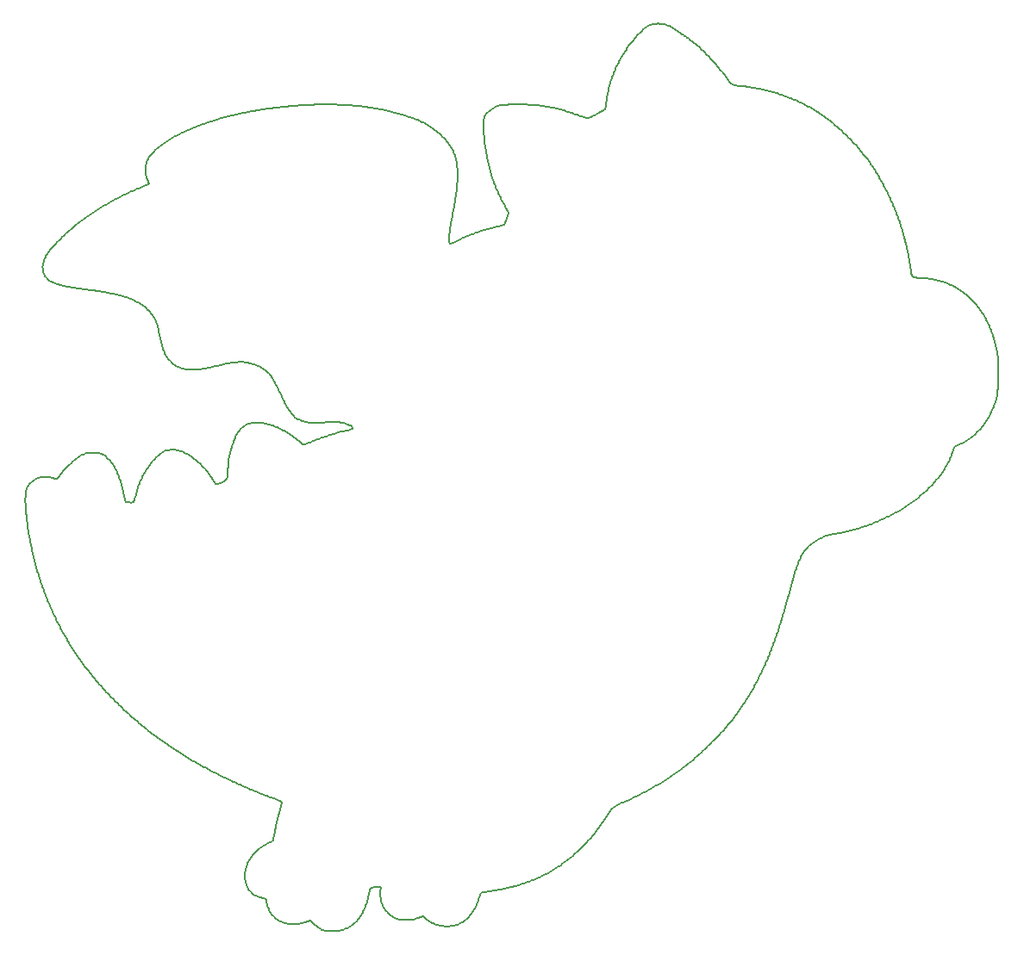
<source format=gbr>
G04 #@! TF.GenerationSoftware,KiCad,Pcbnew,5.1.3-ffb9f22~84~ubuntu18.04.1*
G04 #@! TF.CreationDate,2019-09-02T17:53:29+02:00*
G04 #@! TF.ProjectId,drac_badge,64726163-5f62-4616-9467-652e6b696361,rev?*
G04 #@! TF.SameCoordinates,Original*
G04 #@! TF.FileFunction,Profile,NP*
%FSLAX46Y46*%
G04 Gerber Fmt 4.6, Leading zero omitted, Abs format (unit mm)*
G04 Created by KiCad (PCBNEW 5.1.3-ffb9f22~84~ubuntu18.04.1) date 2019-09-02 17:53:29*
%MOMM*%
%LPD*%
G04 APERTURE LIST*
%ADD10C,0.200000*%
G04 APERTURE END LIST*
D10*
X14770006Y-19657938D02*
X14774663Y-19671882D01*
X27193543Y-39293427D02*
X27263363Y-39428438D01*
X27263363Y-39428438D02*
X27332548Y-39564334D01*
X27332548Y-39564334D02*
X27402061Y-39702678D01*
X27402061Y-39702678D02*
X27471488Y-39842418D01*
X27471488Y-39842418D02*
X27540431Y-39982530D01*
X27540431Y-39982530D02*
X27608502Y-40122033D01*
X27608502Y-40122033D02*
X27675322Y-40259976D01*
X27675322Y-40259976D02*
X27742484Y-40399518D01*
X27742484Y-40399518D02*
X27807808Y-40536021D01*
X27807808Y-40536021D02*
X27873022Y-40672982D01*
X27873022Y-40672982D02*
X27940087Y-40814497D01*
X27940087Y-40814497D02*
X28004657Y-40951323D01*
X28004657Y-40951323D02*
X28070879Y-41092192D01*
X28070879Y-41092192D02*
X28127337Y-41212688D01*
X30623813Y-92126252D02*
X30981929Y-92479206D01*
X30160274Y-92286960D02*
X30623813Y-92126252D01*
X27192501Y-83126900D02*
X27157841Y-83294768D01*
X27157841Y-83294768D02*
X27123190Y-83465796D01*
X27123190Y-83465796D02*
X27089552Y-83635886D01*
X27089552Y-83635886D02*
X27056791Y-83807283D01*
X27056791Y-83807283D02*
X27048321Y-83852971D01*
X34120769Y-43957229D02*
X33954421Y-43992644D01*
X33954421Y-43992644D02*
X33791444Y-44030582D01*
X33791444Y-44030582D02*
X33629625Y-44070826D01*
X33629625Y-44070826D02*
X33466688Y-44113542D01*
X33466688Y-44113542D02*
X33308676Y-44156802D01*
X33308676Y-44156802D02*
X33150865Y-44201626D01*
X33150865Y-44201626D02*
X32990938Y-44248557D01*
X32990938Y-44248557D02*
X32834472Y-44295835D01*
X32834472Y-44295835D02*
X32675616Y-44345138D01*
X32675616Y-44345138D02*
X32521582Y-44394144D01*
X32521582Y-44394144D02*
X32366218Y-44444730D01*
X32366218Y-44444730D02*
X32203137Y-44499058D01*
X32203137Y-44499058D02*
X32053190Y-44550115D01*
X32053190Y-44550115D02*
X31901482Y-44602844D01*
X31901482Y-44602844D02*
X31733130Y-44662646D01*
X31733130Y-44662646D02*
X31585929Y-44716062D01*
X31585929Y-44716062D02*
X31438134Y-44770797D01*
X31438134Y-44770797D02*
X31290159Y-44826753D01*
X31290159Y-44826753D02*
X31144069Y-44883187D01*
X31144069Y-44883187D02*
X30997044Y-44941261D01*
X30997044Y-44941261D02*
X30885825Y-44986106D01*
X44397635Y-25597109D02*
X44335106Y-25567656D01*
X80426953Y-12601416D02*
X80303101Y-12522891D01*
X80303101Y-12522891D02*
X80177421Y-12445219D01*
X80177421Y-12445219D02*
X80049965Y-12368414D01*
X80049965Y-12368414D02*
X79922314Y-12293382D01*
X79922314Y-12293382D02*
X79793039Y-12219235D01*
X79793039Y-12219235D02*
X79662191Y-12145994D01*
X79662191Y-12145994D02*
X79527443Y-12072390D01*
X79527443Y-12072390D02*
X79391179Y-11999764D01*
X79391179Y-11999764D02*
X79257500Y-11930213D01*
X79257500Y-11930213D02*
X79118407Y-11859566D01*
X79118407Y-11859566D02*
X78983743Y-11792783D01*
X78983743Y-11792783D02*
X78843725Y-11724979D01*
X78843725Y-11724979D02*
X78706690Y-11660180D01*
X78706690Y-11660180D02*
X78569410Y-11596772D01*
X78569410Y-11596772D02*
X78431104Y-11534376D01*
X78431104Y-11534376D02*
X78283243Y-11469274D01*
X78283243Y-11469274D02*
X78141241Y-11408277D01*
X78141241Y-11408277D02*
X77999214Y-11348731D01*
X77999214Y-11348731D02*
X77851105Y-11288158D01*
X77851105Y-11288158D02*
X77705662Y-11230163D01*
X77705662Y-11230163D02*
X77560351Y-11173663D01*
X77560351Y-11173663D02*
X77406359Y-11115336D01*
X77406359Y-11115336D02*
X77257897Y-11060591D01*
X77257897Y-11060591D02*
X77100777Y-11004223D01*
X77100777Y-11004223D02*
X76949332Y-10951397D01*
X76949332Y-10951397D02*
X76798281Y-10900165D01*
X76798281Y-10900165D02*
X76646784Y-10850234D01*
X76646784Y-10850234D02*
X76490366Y-10800193D01*
X76490366Y-10800193D02*
X76329056Y-10750185D01*
X76329056Y-10750185D02*
X76169246Y-10702236D01*
X76169246Y-10702236D02*
X76009190Y-10655798D01*
X76009190Y-10655798D02*
X75848947Y-10610889D01*
X75848947Y-10610889D02*
X75688582Y-10567535D01*
X75688582Y-10567535D02*
X75528155Y-10525755D01*
X75528155Y-10525755D02*
X75367727Y-10485574D01*
X75367727Y-10485574D02*
X75200074Y-10445295D01*
X75200074Y-10445295D02*
X75032557Y-10406808D01*
X75032557Y-10406808D02*
X74865249Y-10370140D01*
X74865249Y-10370140D02*
X74690964Y-10333843D01*
X74690964Y-10333843D02*
X74518873Y-10299926D01*
X74518873Y-10299926D02*
X74341822Y-10267054D01*
X74341822Y-10267054D02*
X74170733Y-10237270D01*
X74170733Y-10237270D02*
X73998464Y-10209278D01*
X73998464Y-10209278D02*
X73819765Y-10182405D01*
X73819765Y-10182405D02*
X73634826Y-10156958D01*
X73634826Y-10156958D02*
X73456203Y-10134725D01*
X73456203Y-10134725D02*
X73348833Y-10122498D01*
X85704666Y-17797481D02*
X85624364Y-17675489D01*
X85624364Y-17675489D02*
X85541219Y-17552651D01*
X85541219Y-17552651D02*
X85459144Y-17434494D01*
X85459144Y-17434494D02*
X85373626Y-17314330D01*
X85373626Y-17314330D02*
X85288707Y-17197719D01*
X85288707Y-17197719D02*
X85202619Y-17082016D01*
X85202619Y-17082016D02*
X85114435Y-16965913D01*
X85114435Y-16965913D02*
X85024222Y-16849474D01*
X85024222Y-16849474D02*
X84935369Y-16736937D01*
X84935369Y-16736937D02*
X84845874Y-16625594D01*
X84845874Y-16625594D02*
X84755857Y-16515509D01*
X84755857Y-16515509D02*
X84663096Y-16403949D01*
X84663096Y-16403949D02*
X84568771Y-16292357D01*
X84568771Y-16292357D02*
X84472941Y-16180790D01*
X84472941Y-16180790D02*
X84379333Y-16073481D01*
X84379333Y-16073481D02*
X84281948Y-15963514D01*
X84281948Y-15963514D02*
X84187026Y-15857892D01*
X84187026Y-15857892D02*
X84090936Y-15752482D01*
X84090936Y-15752482D02*
X83993731Y-15647335D01*
X83993731Y-15647335D02*
X83896755Y-15543869D01*
X83896755Y-15543869D02*
X83797469Y-15439378D01*
X83797469Y-15439378D02*
X83695885Y-15333920D01*
X83695885Y-15333920D02*
X83594681Y-15230279D01*
X83594681Y-15230279D02*
X83493948Y-15128487D01*
X83493948Y-15128487D02*
X83389684Y-15024527D01*
X83389684Y-15024527D02*
X83285982Y-14922507D01*
X83285982Y-14922507D02*
X83183610Y-14823115D01*
X83183610Y-14823115D02*
X83076412Y-14720415D01*
X83076412Y-14720415D02*
X82972033Y-14621747D01*
X82972033Y-14621747D02*
X82864266Y-14521229D01*
X82864266Y-14521229D02*
X82757348Y-14422843D01*
X82757348Y-14422843D02*
X82649928Y-14325324D01*
X82649928Y-14325324D02*
X82542055Y-14228719D01*
X82542055Y-14228719D02*
X82433773Y-14133070D01*
X82433773Y-14133070D02*
X82326564Y-14039669D01*
X82326564Y-14039669D02*
X82218335Y-13946680D01*
X82218335Y-13946680D02*
X82108404Y-13853566D01*
X82108404Y-13853566D02*
X81998974Y-13762210D01*
X81998974Y-13762210D02*
X81887933Y-13670867D01*
X81887933Y-13670867D02*
X81772430Y-13577313D01*
X81772430Y-13577313D02*
X81656847Y-13485187D01*
X81656847Y-13485187D02*
X81542686Y-13395668D01*
X81542686Y-13395668D02*
X81425666Y-13305437D01*
X81425666Y-13305437D02*
X81304405Y-13213587D01*
X81304405Y-13213587D02*
X81189065Y-13127802D01*
X81189065Y-13127802D02*
X81069609Y-13040597D01*
X81069609Y-13040597D02*
X80947565Y-12953254D01*
X80947565Y-12953254D02*
X80827303Y-12868953D01*
X80827303Y-12868953D02*
X80707454Y-12786717D01*
X80707454Y-12786717D02*
X80586663Y-12705671D01*
X80586663Y-12705671D02*
X80459371Y-12622305D01*
X80459371Y-12622305D02*
X80426953Y-12601416D01*
X57449036Y-13116724D02*
X57296529Y-13067558D01*
X57296529Y-13067558D02*
X57145431Y-13017246D01*
X57145431Y-13017246D02*
X56991555Y-12964650D01*
X56991555Y-12964650D02*
X56839700Y-12911531D01*
X56839700Y-12911531D02*
X56687342Y-12857069D01*
X56687342Y-12857069D02*
X56642367Y-12840771D01*
X14694050Y-32099033D02*
X14793572Y-32200431D01*
X14793572Y-32200431D02*
X14890683Y-32305520D01*
X14890683Y-32305520D02*
X14983425Y-32413166D01*
X14983425Y-32413166D02*
X15072827Y-32525595D01*
X15072827Y-32525595D02*
X15158313Y-32643336D01*
X15158313Y-32643336D02*
X15237641Y-32764095D01*
X15237641Y-32764095D02*
X15315219Y-32895953D01*
X15315219Y-32895953D02*
X15384036Y-33027454D01*
X15384036Y-33027454D02*
X15447909Y-33164981D01*
X15447909Y-33164981D02*
X15506607Y-33307740D01*
X15506607Y-33307740D02*
X15560931Y-33457024D01*
X15560931Y-33457024D02*
X15610392Y-33610261D01*
X15610392Y-33610261D02*
X15655466Y-33766856D01*
X15655466Y-33766856D02*
X15697301Y-33928864D01*
X15697301Y-33928864D02*
X15735331Y-34091747D01*
X15735331Y-34091747D02*
X15771082Y-34259666D01*
X15771082Y-34259666D02*
X15804098Y-34428247D01*
X15804098Y-34428247D02*
X15817494Y-34500436D01*
X21339121Y-49156374D02*
X21243857Y-49050287D01*
X21243857Y-49050287D02*
X21231118Y-49034417D01*
X24640211Y-43244600D02*
X24488221Y-43292719D01*
X24488221Y-43292719D02*
X24346633Y-43355700D01*
X24346633Y-43355700D02*
X24218736Y-43428326D01*
X24218736Y-43428326D02*
X24098922Y-43510697D01*
X24098922Y-43510697D02*
X23987325Y-43600742D01*
X23987325Y-43600742D02*
X23882479Y-43697982D01*
X23882479Y-43697982D02*
X23784879Y-43800509D01*
X23784879Y-43800509D02*
X23692061Y-43909841D01*
X23692061Y-43909841D02*
X23604265Y-44025090D01*
X23604265Y-44025090D02*
X23519073Y-44149328D01*
X23519073Y-44149328D02*
X23441490Y-44274637D01*
X23441490Y-44274637D02*
X23368804Y-44404220D01*
X23368804Y-44404220D02*
X23301017Y-44537548D01*
X23301017Y-44537548D02*
X23233907Y-44683728D01*
X23233907Y-44683728D02*
X23175249Y-44825586D01*
X23175249Y-44825586D02*
X23165884Y-44849671D01*
X24318268Y-37252209D02*
X24491065Y-37281422D01*
X24491065Y-37281422D02*
X24663914Y-37316065D01*
X24663914Y-37316065D02*
X24827348Y-37354452D01*
X24827348Y-37354452D02*
X24986257Y-37397678D01*
X24986257Y-37397678D02*
X25140517Y-37445876D01*
X25140517Y-37445876D02*
X25289444Y-37498909D01*
X25289444Y-37498909D02*
X25433065Y-37556764D01*
X25433065Y-37556764D02*
X25572588Y-37619940D01*
X25572588Y-37619940D02*
X25708000Y-37688461D01*
X25708000Y-37688461D02*
X25842852Y-37764411D01*
X25842852Y-37764411D02*
X25967138Y-37841801D01*
X25967138Y-37841801D02*
X26086309Y-37923169D01*
X26086309Y-37923169D02*
X26202791Y-38009938D01*
X26202791Y-38009938D02*
X26314360Y-38100144D01*
X26314360Y-38100144D02*
X26421648Y-38193775D01*
X26421648Y-38193775D02*
X26525234Y-38290848D01*
X26525234Y-38290848D02*
X26626129Y-38391915D01*
X26626129Y-38391915D02*
X26694867Y-38464537D01*
X5712684Y-48679401D02*
X5518305Y-48672699D01*
X5518305Y-48672699D02*
X5362765Y-48625824D01*
X5362765Y-48625824D02*
X5211076Y-48571672D01*
X5211076Y-48571672D02*
X5194886Y-48565713D01*
X26812689Y-80024774D02*
X26960144Y-80078140D01*
X26960144Y-80078140D02*
X27110288Y-80133774D01*
X27110288Y-80133774D02*
X27256822Y-80189427D01*
X27256822Y-80189427D02*
X27403260Y-80246635D01*
X27403260Y-80246635D02*
X27457095Y-80268170D01*
X4344293Y-28039332D02*
X4365155Y-28219042D01*
X4365155Y-28219042D02*
X4400600Y-28383889D01*
X4400600Y-28383889D02*
X4450574Y-28535206D01*
X4450574Y-28535206D02*
X4514068Y-28672520D01*
X4514068Y-28672520D02*
X4593449Y-28801668D01*
X4593449Y-28801668D02*
X4684035Y-28916730D01*
X4684035Y-28916730D02*
X4784890Y-29019990D01*
X4784890Y-29019990D02*
X4893409Y-29111801D01*
X4893409Y-29111801D02*
X5011038Y-29195589D01*
X5011038Y-29195589D02*
X5137018Y-29272158D01*
X5137018Y-29272158D02*
X5268538Y-29341217D01*
X5268538Y-29341217D02*
X5287387Y-29350364D01*
X23165884Y-44849671D02*
X23110236Y-44996183D01*
X23110236Y-44996183D02*
X23055490Y-45145254D01*
X23055490Y-45145254D02*
X23001468Y-45298171D01*
X23001468Y-45298171D02*
X22949027Y-45453402D01*
X22949027Y-45453402D02*
X22900158Y-45605566D01*
X22900158Y-45605566D02*
X22853223Y-45760296D01*
X22853223Y-45760296D02*
X22808525Y-45917695D01*
X22808525Y-45917695D02*
X22766347Y-46077931D01*
X22766347Y-46077931D02*
X22727269Y-46239990D01*
X22727269Y-46239990D02*
X22690690Y-46408015D01*
X22690690Y-46408015D02*
X22657749Y-46578637D01*
X22657749Y-46578637D02*
X22628408Y-46753658D01*
X22628408Y-46753658D02*
X22602907Y-46933723D01*
X22602907Y-46933723D02*
X22582113Y-47113297D01*
X22582113Y-47113297D02*
X22565224Y-47300073D01*
X22565224Y-47300073D02*
X22552721Y-47490493D01*
X22552721Y-47490493D02*
X22550415Y-47535811D01*
X21468828Y-49192042D02*
X21395448Y-49199265D01*
X94536685Y-45248523D02*
X94671090Y-45177880D01*
X94671090Y-45177880D02*
X94802018Y-45105287D01*
X94802018Y-45105287D02*
X94929970Y-45030582D01*
X94929970Y-45030582D02*
X95056307Y-44952995D01*
X95056307Y-44952995D02*
X95177902Y-44874557D01*
X95177902Y-44874557D02*
X95298333Y-44793059D01*
X95298333Y-44793059D02*
X95419231Y-44707234D01*
X95419231Y-44707234D02*
X95540431Y-44616938D01*
X95540431Y-44616938D02*
X95652772Y-44529228D01*
X95652772Y-44529228D02*
X95763831Y-44438509D01*
X95763831Y-44438509D02*
X95874327Y-44344068D01*
X95874327Y-44344068D02*
X95980282Y-44249342D01*
X95980282Y-44249342D02*
X96084847Y-44151623D01*
X96084847Y-44151623D02*
X96188686Y-44050142D01*
X96188686Y-44050142D02*
X96288073Y-43948599D01*
X96288073Y-43948599D02*
X96385245Y-43844846D01*
X96385245Y-43844846D02*
X96480877Y-43738121D01*
X96480877Y-43738121D02*
X96578262Y-43624381D01*
X96578262Y-43624381D02*
X96670182Y-43511961D01*
X96670182Y-43511961D02*
X96759087Y-43398179D01*
X96759087Y-43398179D02*
X96845005Y-43283105D01*
X96845005Y-43283105D02*
X96932792Y-43159874D01*
X96932792Y-43159874D02*
X97020581Y-43030383D01*
X97020581Y-43030383D02*
X97103290Y-42902083D01*
X97103290Y-42902083D02*
X97181122Y-42775191D01*
X97181122Y-42775191D02*
X97255858Y-42647123D01*
X97255858Y-42647123D02*
X97331099Y-42511342D01*
X97331099Y-42511342D02*
X97401087Y-42378153D01*
X97401087Y-42378153D02*
X97468674Y-42242442D01*
X97468674Y-42242442D02*
X97489993Y-42198062D01*
X41710453Y-91661803D02*
X42093376Y-92005946D01*
X38129794Y-91233389D02*
X38226976Y-91337868D01*
X38226976Y-91337868D02*
X38327548Y-91438025D01*
X38327548Y-91438025D02*
X38432868Y-91533772D01*
X38432868Y-91533772D02*
X38545484Y-91625543D01*
X38545484Y-91625543D02*
X38662529Y-91709321D01*
X38662529Y-91709321D02*
X38786940Y-91785821D01*
X38786940Y-91785821D02*
X38921195Y-91854756D01*
X38921195Y-91854756D02*
X39062511Y-91913451D01*
X39062511Y-91913451D02*
X39215189Y-91962821D01*
X39215189Y-91962821D02*
X39377191Y-92001603D01*
X39377191Y-92001603D02*
X39549480Y-92030110D01*
X39549480Y-92030110D02*
X39731784Y-92048710D01*
X39731784Y-92048710D02*
X39924600Y-92058127D01*
X39924600Y-92058127D02*
X40051124Y-92059710D01*
X37531896Y-89357017D02*
X37526587Y-89553789D01*
X37526587Y-89553789D02*
X37531062Y-89750803D01*
X37531062Y-89750803D02*
X37546078Y-89937434D01*
X37546078Y-89937434D02*
X37571595Y-90113361D01*
X37571595Y-90113361D02*
X37607559Y-90279621D01*
X37607559Y-90279621D02*
X37652944Y-90434327D01*
X37652944Y-90434327D02*
X37707864Y-90580652D01*
X37707864Y-90580652D02*
X37771313Y-90718096D01*
X37771313Y-90718096D02*
X37842669Y-90847650D01*
X37842669Y-90847650D02*
X37921042Y-90969807D01*
X37921042Y-90969807D02*
X38007200Y-91087293D01*
X38007200Y-91087293D02*
X38097743Y-91197138D01*
X38097743Y-91197138D02*
X38129794Y-91233389D01*
X21231118Y-49034417D02*
X21144662Y-48919072D01*
X21144662Y-48919072D02*
X21063434Y-48800107D01*
X21063434Y-48800107D02*
X20984860Y-48675496D01*
X20984860Y-48675496D02*
X20965500Y-48643228D01*
X8064478Y-46426308D02*
X7940302Y-46504668D01*
X7940302Y-46504668D02*
X7820229Y-46586908D01*
X7820229Y-46586908D02*
X7703684Y-46671780D01*
X7703684Y-46671780D02*
X7589171Y-46759400D01*
X7589171Y-46759400D02*
X7476747Y-46849092D01*
X7476747Y-46849092D02*
X7366221Y-46940567D01*
X7366221Y-46940567D02*
X7256136Y-47034776D01*
X7256136Y-47034776D02*
X7141677Y-47135918D01*
X7141677Y-47135918D02*
X7035445Y-47232699D01*
X7035445Y-47232699D02*
X6931431Y-47330227D01*
X6931431Y-47330227D02*
X6827007Y-47431007D01*
X6827007Y-47431007D02*
X6725933Y-47531477D01*
X6725933Y-47531477D02*
X6625739Y-47634169D01*
X6625739Y-47634169D02*
X6527225Y-47738518D01*
X6527225Y-47738518D02*
X6431263Y-47843889D01*
X6431263Y-47843889D02*
X6337124Y-47951539D01*
X6337124Y-47951539D02*
X6244679Y-48062440D01*
X6244679Y-48062440D02*
X6156010Y-48175255D01*
X6156010Y-48175255D02*
X6079071Y-48280460D01*
X79504528Y-55421546D02*
X79608376Y-55322180D01*
X79608376Y-55322180D02*
X79714984Y-55228478D01*
X79714984Y-55228478D02*
X79831999Y-55132665D01*
X79831999Y-55132665D02*
X79945436Y-55045275D01*
X79945436Y-55045275D02*
X80062263Y-54959946D01*
X80062263Y-54959946D02*
X80180428Y-54877812D01*
X80180428Y-54877812D02*
X80305962Y-54794685D01*
X80305962Y-54794685D02*
X80431073Y-54715766D01*
X80431073Y-54715766D02*
X80559345Y-54638765D01*
X80559345Y-54638765D02*
X80567513Y-54633998D01*
X78589340Y-56892775D02*
X78648094Y-56749671D01*
X78648094Y-56749671D02*
X78709064Y-56609568D01*
X78709064Y-56609568D02*
X78773317Y-56471180D01*
X78773317Y-56471180D02*
X78840761Y-56335944D01*
X78840761Y-56335944D02*
X78911394Y-56204924D01*
X78911394Y-56204924D02*
X78986131Y-56077384D01*
X78986131Y-56077384D02*
X79064699Y-55954570D01*
X79064699Y-55954570D02*
X79148198Y-55835313D01*
X79148198Y-55835313D02*
X79236938Y-55719576D01*
X79236938Y-55719576D02*
X79328060Y-55610629D01*
X79328060Y-55610629D02*
X79423768Y-55505012D01*
X79423768Y-55505012D02*
X79504528Y-55421546D01*
X33622609Y-43144876D02*
X33790791Y-43177504D01*
X33790791Y-43177504D02*
X33955622Y-43218042D01*
X33955622Y-43218042D02*
X34109674Y-43264303D01*
X34109674Y-43264303D02*
X34257819Y-43317686D01*
X34257819Y-43317686D02*
X34397888Y-43378318D01*
X34397888Y-43378318D02*
X34442198Y-43400157D01*
X2805368Y-49594590D02*
X2751913Y-49741518D01*
X2751913Y-49741518D02*
X2713280Y-49902920D01*
X2713280Y-49902920D02*
X2685605Y-50076039D01*
X2685605Y-50076039D02*
X2666496Y-50259896D01*
X2666496Y-50259896D02*
X2654729Y-50448130D01*
X2654729Y-50448130D02*
X2648743Y-50645036D01*
X2648743Y-50645036D02*
X2647809Y-50844519D01*
X2647809Y-50844519D02*
X2649306Y-50965050D01*
X15817494Y-34500436D02*
X15849480Y-34671987D01*
X15849480Y-34671987D02*
X15883182Y-34844751D01*
X15883182Y-34844751D02*
X15918069Y-35014485D01*
X15918069Y-35014485D02*
X15953987Y-35179160D01*
X15953987Y-35179160D02*
X15992113Y-35342584D01*
X15992113Y-35342584D02*
X16033055Y-35505076D01*
X16033055Y-35505076D02*
X16076500Y-35663196D01*
X16076500Y-35663196D02*
X16123214Y-35817622D01*
X16123214Y-35817622D02*
X16173622Y-35967587D01*
X16173622Y-35967587D02*
X16228722Y-36113805D01*
X16228722Y-36113805D02*
X16289497Y-36256490D01*
X16289497Y-36256490D02*
X16355193Y-36392294D01*
X16355193Y-36392294D02*
X16426926Y-36522738D01*
X16426926Y-36522738D02*
X16504637Y-36647367D01*
X16504637Y-36647367D02*
X16587273Y-36765136D01*
X16587273Y-36765136D02*
X16604527Y-36788153D01*
X13529780Y-50154763D02*
X13489243Y-50317746D01*
X13489243Y-50317746D02*
X13446544Y-50478877D01*
X13446544Y-50478877D02*
X13399970Y-50635368D01*
X13399970Y-50635368D02*
X13346168Y-50781773D01*
X13346168Y-50781773D02*
X13275163Y-50911374D01*
X13275163Y-50911374D02*
X13244009Y-50947479D01*
X12227532Y-49844187D02*
X12193175Y-49675991D01*
X12193175Y-49675991D02*
X12154019Y-49514626D01*
X12154019Y-49514626D02*
X12111399Y-49357051D01*
X12111399Y-49357051D02*
X12065768Y-49201212D01*
X12065768Y-49201212D02*
X12017707Y-49047159D01*
X12017707Y-49047159D02*
X11967801Y-48895533D01*
X11967801Y-48895533D02*
X11915054Y-48742780D01*
X11915054Y-48742780D02*
X11861826Y-48595324D01*
X11861826Y-48595324D02*
X11806364Y-48448059D01*
X11806364Y-48448059D02*
X11749093Y-48302302D01*
X11749093Y-48302302D02*
X11689456Y-48157067D01*
X11689456Y-48157067D02*
X11628409Y-48015245D01*
X11628409Y-48015245D02*
X11564994Y-47875441D01*
X11564994Y-47875441D02*
X11499370Y-47739363D01*
X11499370Y-47739363D02*
X11430496Y-47606979D01*
X11430496Y-47606979D02*
X11383657Y-47523916D01*
X9167772Y-46113149D02*
X8978078Y-46123965D01*
X8978078Y-46123965D02*
X8795198Y-46141871D01*
X8795198Y-46141871D02*
X8623420Y-46172649D01*
X8623420Y-46172649D02*
X8469020Y-46219334D01*
X8469020Y-46219334D02*
X8327926Y-46280228D01*
X8327926Y-46280228D02*
X8195108Y-46350234D01*
X8195108Y-46350234D02*
X8068047Y-46424168D01*
X8068047Y-46424168D02*
X8064478Y-46426308D01*
X21395448Y-49199265D02*
X21339121Y-49156374D01*
X13907533Y-20058425D02*
X13764257Y-20119082D01*
X13764257Y-20119082D02*
X13606416Y-20186859D01*
X13606416Y-20186859D02*
X13464705Y-20248573D01*
X13464705Y-20248573D02*
X13325901Y-20309826D01*
X13325901Y-20309826D02*
X13155556Y-20386099D01*
X13155556Y-20386099D02*
X13017296Y-20448919D01*
X13017296Y-20448919D02*
X12877642Y-20513216D01*
X12877642Y-20513216D02*
X12737692Y-20578513D01*
X12737692Y-20578513D02*
X12599563Y-20643819D01*
X12599563Y-20643819D02*
X12464287Y-20708621D01*
X12464287Y-20708621D02*
X12307916Y-20784585D01*
X12307916Y-20784585D02*
X12170104Y-20852488D01*
X12170104Y-20852488D02*
X12033079Y-20920912D01*
X12033079Y-20920912D02*
X11897865Y-20989328D01*
X11897865Y-20989328D02*
X11756318Y-21061924D01*
X11756318Y-21061924D02*
X11613619Y-21136139D01*
X11613619Y-21136139D02*
X11477825Y-21207736D01*
X11477825Y-21207736D02*
X11344838Y-21278789D01*
X11344838Y-21278789D02*
X11211658Y-21350896D01*
X11211658Y-21350896D02*
X11079279Y-21423521D01*
X11079279Y-21423521D02*
X10945755Y-21497762D01*
X10945755Y-21497762D02*
X10813062Y-21572540D01*
X10813062Y-21572540D02*
X10679270Y-21648961D01*
X10679270Y-21648961D02*
X10550176Y-21723691D01*
X10550176Y-21723691D02*
X10419989Y-21800065D01*
X10419989Y-21800065D02*
X10288742Y-21878108D01*
X10288742Y-21878108D02*
X10160242Y-21955553D01*
X10160242Y-21955553D02*
X10025097Y-22038131D01*
X10025097Y-22038131D02*
X9898325Y-22116668D01*
X9898325Y-22116668D02*
X9772395Y-22195734D01*
X9772395Y-22195734D02*
X9650057Y-22273563D01*
X9650057Y-22273563D02*
X9510322Y-22363723D01*
X9510322Y-22363723D02*
X9387009Y-22444424D01*
X9387009Y-22444424D02*
X9264543Y-22525652D01*
X9264543Y-22525652D02*
X9141143Y-22608611D01*
X9141143Y-22608611D02*
X9020385Y-22690896D01*
X9020385Y-22690896D02*
X8898718Y-22774926D01*
X8898718Y-22774926D02*
X8779673Y-22858269D01*
X8779673Y-22858269D02*
X8656284Y-22945843D01*
X8656284Y-22945843D02*
X8538978Y-23030251D01*
X8538978Y-23030251D02*
X8420822Y-23116434D01*
X8420822Y-23116434D02*
X8305239Y-23201891D01*
X8305239Y-23201891D02*
X8180430Y-23295482D01*
X8180430Y-23295482D02*
X8066636Y-23382025D01*
X8066636Y-23382025D02*
X7951218Y-23471014D01*
X7951218Y-23471014D02*
X7835055Y-23561832D01*
X7835055Y-23561832D02*
X7722260Y-23651261D01*
X7722260Y-23651261D02*
X7610353Y-23741220D01*
X7610353Y-23741220D02*
X7495329Y-23834998D01*
X7495329Y-23834998D02*
X7381259Y-23929347D01*
X7381259Y-23929347D02*
X7268932Y-24023598D01*
X7268932Y-24023598D02*
X7159114Y-24117071D01*
X7159114Y-24117071D02*
X7048663Y-24212434D01*
X7048663Y-24212434D02*
X6941464Y-24306324D01*
X6941464Y-24306324D02*
X6833649Y-24402109D01*
X6833649Y-24402109D02*
X6726016Y-24499129D01*
X6726016Y-24499129D02*
X6616343Y-24599462D01*
X6616343Y-24599462D02*
X6509156Y-24698997D01*
X6509156Y-24698997D02*
X6404418Y-24797707D01*
X6404418Y-24797707D02*
X6364842Y-24835395D01*
X34749673Y-43765509D02*
X34665440Y-43820286D01*
X12440440Y-50818288D02*
X12390936Y-50666382D01*
X12390936Y-50666382D02*
X12352508Y-50503927D01*
X12352508Y-50503927D02*
X12318406Y-50336917D01*
X12318406Y-50336917D02*
X12285185Y-50161788D01*
X12285185Y-50161788D02*
X12252950Y-49985466D01*
X12252950Y-49985466D02*
X12227532Y-49844187D01*
X17566223Y-75482934D02*
X17692399Y-75564194D01*
X17692399Y-75564194D02*
X17818178Y-75644351D01*
X17818178Y-75644351D02*
X17941486Y-75722145D01*
X17941486Y-75722145D02*
X18068124Y-75801258D01*
X18068124Y-75801258D02*
X18196107Y-75880439D01*
X18196107Y-75880439D02*
X18325400Y-75959669D01*
X18325400Y-75959669D02*
X18455967Y-76038931D01*
X18455967Y-76038931D02*
X18585703Y-76116970D01*
X18585703Y-76116970D02*
X18714515Y-76193765D01*
X18714515Y-76193765D02*
X18844421Y-76270540D01*
X18844421Y-76270540D02*
X18973267Y-76346043D01*
X18973267Y-76346043D02*
X19100973Y-76420258D01*
X19100973Y-76420258D02*
X19230687Y-76495027D01*
X19230687Y-76495027D02*
X19365655Y-76572184D01*
X19365655Y-76572184D02*
X19498293Y-76647390D01*
X19498293Y-76647390D02*
X19629606Y-76721256D01*
X19629606Y-76721256D02*
X19759521Y-76793769D01*
X19759521Y-76793769D02*
X19903519Y-76873499D01*
X19903519Y-76873499D02*
X20034988Y-76945715D01*
X20034988Y-76945715D02*
X20164906Y-77016546D01*
X20164906Y-77016546D02*
X20295468Y-77087206D01*
X20295468Y-77087206D02*
X20431184Y-77160112D01*
X20431184Y-77160112D02*
X20569806Y-77234013D01*
X20569806Y-77234013D02*
X20703331Y-77304665D01*
X20703331Y-77304665D02*
X20844289Y-77378693D01*
X20844289Y-77378693D02*
X20978896Y-77448859D01*
X20978896Y-77448859D02*
X21118615Y-77521150D01*
X21118615Y-77521150D02*
X21259984Y-77593746D01*
X21259984Y-77593746D02*
X21408806Y-77669580D01*
X21408806Y-77669580D02*
X21548756Y-77740343D01*
X21548756Y-77740343D02*
X21689096Y-77810777D01*
X21689096Y-77810777D02*
X21829793Y-77880864D01*
X21829793Y-77880864D02*
X21999059Y-77964492D01*
X21999059Y-77964492D02*
X22141615Y-78034338D01*
X22141615Y-78034338D02*
X22289164Y-78106075D01*
X22289164Y-78106075D02*
X22431045Y-78174524D01*
X22431045Y-78174524D02*
X22573125Y-78242549D01*
X22573125Y-78242549D02*
X22717748Y-78311258D01*
X22717748Y-78311258D02*
X22889820Y-78392308D01*
X22889820Y-78392308D02*
X23031153Y-78458313D01*
X23031153Y-78458313D02*
X23173745Y-78524389D01*
X23173745Y-78524389D02*
X23316381Y-78589962D01*
X23316381Y-78589962D02*
X23459029Y-78655020D01*
X23459029Y-78655020D02*
X23601658Y-78719545D01*
X23601658Y-78719545D02*
X23744242Y-78783527D01*
X23744242Y-78783527D02*
X23886748Y-78846948D01*
X23886748Y-78846948D02*
X24029147Y-78909794D01*
X24029147Y-78909794D02*
X24171407Y-78972051D01*
X24171407Y-78972051D02*
X24313502Y-79033701D01*
X24313502Y-79033701D02*
X24455398Y-79094735D01*
X24455398Y-79094735D02*
X24597064Y-79155131D01*
X24597064Y-79155131D02*
X24738473Y-79214881D01*
X24738473Y-79214881D02*
X24879595Y-79273965D01*
X24879595Y-79273965D02*
X25029774Y-79336239D01*
X25029774Y-79336239D02*
X25179554Y-79397723D01*
X25179554Y-79397723D02*
X25328900Y-79458403D01*
X25328900Y-79458403D02*
X25477775Y-79518254D01*
X25477775Y-79518254D02*
X25626143Y-79577263D01*
X25626143Y-79577263D02*
X25773965Y-79635408D01*
X25773965Y-79635408D02*
X25921207Y-79692675D01*
X25921207Y-79692675D02*
X26070117Y-79749916D01*
X26070117Y-79749916D02*
X26222903Y-79807934D01*
X26222903Y-79807934D02*
X26374929Y-79864924D01*
X26374929Y-79864924D02*
X26523905Y-79920043D01*
X26523905Y-79920043D02*
X26674300Y-79974939D01*
X26674300Y-79974939D02*
X26812689Y-80024774D01*
X44276210Y-24866407D02*
X44292654Y-24681675D01*
X44292654Y-24681675D02*
X44312671Y-24500240D01*
X44312671Y-24500240D02*
X44335032Y-24322415D01*
X44335032Y-24322415D02*
X44359610Y-24143732D01*
X44359610Y-24143732D02*
X44385607Y-23966837D01*
X44385607Y-23966837D02*
X44413095Y-23789042D01*
X44413095Y-23789042D02*
X44441604Y-23611927D01*
X44441604Y-23611927D02*
X44470202Y-23439927D01*
X44470202Y-23439927D02*
X44499923Y-23265857D01*
X44499923Y-23265857D02*
X44530017Y-23093539D01*
X44530017Y-23093539D02*
X44562537Y-22910948D01*
X44562537Y-22910948D02*
X44593875Y-22737960D01*
X44593875Y-22737960D02*
X44626810Y-22558781D01*
X44626810Y-22558781D02*
X44658635Y-22387828D01*
X44658635Y-22387828D02*
X44691831Y-22211484D01*
X44691831Y-22211484D02*
X44698922Y-22174062D01*
X20965500Y-48643228D02*
X20888627Y-48519055D01*
X20888627Y-48519055D02*
X20808497Y-48398390D01*
X20808497Y-48398390D02*
X20724750Y-48279276D01*
X20724750Y-48279276D02*
X20638690Y-48162658D01*
X20638690Y-48162658D02*
X20551458Y-48049326D01*
X20551458Y-48049326D02*
X20461265Y-47936503D01*
X20461265Y-47936503D02*
X20362943Y-47817894D01*
X20362943Y-47817894D02*
X20268917Y-47708277D01*
X20268917Y-47708277D02*
X20173168Y-47600144D01*
X20173168Y-47600144D02*
X20077193Y-47495061D01*
X20077193Y-47495061D02*
X19977341Y-47389074D01*
X19977341Y-47389074D02*
X19878670Y-47287592D01*
X19878670Y-47287592D02*
X19770170Y-47179679D01*
X19770170Y-47179679D02*
X19667953Y-47081564D01*
X19667953Y-47081564D02*
X19561076Y-46982754D01*
X19561076Y-46982754D02*
X19450202Y-46884519D01*
X19450202Y-46884519D02*
X19340174Y-46791637D01*
X19340174Y-46791637D02*
X19227806Y-46701983D01*
X19227806Y-46701983D02*
X19111449Y-46615417D01*
X19111449Y-46615417D02*
X19051406Y-46573585D01*
X4060072Y-58539782D02*
X4109821Y-58692662D01*
X4109821Y-58692662D02*
X4163039Y-58853141D01*
X4163039Y-58853141D02*
X4215380Y-59008051D01*
X4215380Y-59008051D02*
X4269933Y-59166580D01*
X4269933Y-59166580D02*
X4323529Y-59319554D01*
X4323529Y-59319554D02*
X4379362Y-59476125D01*
X4379362Y-59476125D02*
X4433211Y-59624558D01*
X4433211Y-59624558D02*
X4487840Y-59772681D01*
X4487840Y-59772681D02*
X4547657Y-59932150D01*
X4547657Y-59932150D02*
X4604403Y-60080914D01*
X4604403Y-60080914D02*
X4662944Y-60231927D01*
X4662944Y-60231927D02*
X4724341Y-60387741D01*
X4724341Y-60387741D02*
X4784016Y-60536769D01*
X4784016Y-60536769D02*
X4843956Y-60684162D01*
X4843956Y-60684162D02*
X4903614Y-60828658D01*
X4903614Y-60828658D02*
X4963480Y-60971538D01*
X4963480Y-60971538D02*
X5023537Y-61112810D01*
X5023537Y-61112810D02*
X5085411Y-61256280D01*
X5085411Y-61256280D02*
X5149137Y-61401923D01*
X5149137Y-61401923D02*
X5212503Y-61544677D01*
X5212503Y-61544677D02*
X5276032Y-61685807D01*
X5276032Y-61685807D02*
X5340280Y-61826576D01*
X5340280Y-61826576D02*
X5409330Y-61975743D01*
X5409330Y-61975743D02*
X5479777Y-62125740D01*
X5479777Y-62125740D02*
X5549252Y-62271572D01*
X5549252Y-62271572D02*
X5617690Y-62413268D01*
X5617690Y-62413268D02*
X5685639Y-62552088D01*
X5685639Y-62552088D02*
X5759840Y-62701626D01*
X5759840Y-62701626D02*
X5828630Y-62838404D01*
X5828630Y-62838404D02*
X5896847Y-62972336D01*
X5896847Y-62972336D02*
X5972713Y-63119343D01*
X5972713Y-63119343D02*
X6041674Y-63251250D01*
X6041674Y-63251250D02*
X6118406Y-63396150D01*
X6118406Y-63396150D02*
X6195260Y-63539367D01*
X6195260Y-63539367D02*
X6270234Y-63677286D01*
X6270234Y-63677286D02*
X6343248Y-63809947D01*
X6343248Y-63809947D02*
X6420284Y-63948194D01*
X6420284Y-63948194D02*
X6493962Y-64078808D01*
X6493962Y-64078808D02*
X6567596Y-64207810D01*
X6567596Y-64207810D02*
X6641857Y-64336402D01*
X6641857Y-64336402D02*
X6716743Y-64464576D01*
X6716743Y-64464576D02*
X6797869Y-64601778D01*
X6797869Y-64601778D02*
X6884674Y-64746726D01*
X6884674Y-64746726D02*
X6965129Y-64879398D01*
X6965129Y-64879398D02*
X7042651Y-65005756D01*
X7042651Y-65005756D02*
X7123693Y-65136332D01*
X7123693Y-65136332D02*
X7205395Y-65266434D01*
X7205395Y-65266434D02*
X7284797Y-65391435D01*
X7284797Y-65391435D02*
X7364061Y-65514836D01*
X7364061Y-65514836D02*
X7445418Y-65640085D01*
X7445418Y-65640085D02*
X7528897Y-65767153D01*
X7528897Y-65767153D02*
X7613771Y-65894871D01*
X7613771Y-65894871D02*
X7694691Y-66015290D01*
X7694691Y-66015290D02*
X7776185Y-66135252D01*
X7776185Y-66135252D02*
X7860578Y-66258134D01*
X7860578Y-66258134D02*
X7946356Y-66381649D01*
X7946356Y-66381649D02*
X8029594Y-66500199D01*
X8029594Y-66500199D02*
X8122921Y-66631621D01*
X8122921Y-66631621D02*
X8210547Y-66753605D01*
X8210547Y-66753605D02*
X8294753Y-66869564D01*
X8294753Y-66869564D02*
X8381129Y-66987253D01*
X8381129Y-66987253D02*
X8474593Y-67113188D01*
X8474593Y-67113188D02*
X8569530Y-67239635D01*
X8569530Y-67239635D02*
X8659342Y-67357916D01*
X8659342Y-67357916D02*
X8748901Y-67474594D01*
X8748901Y-67474594D02*
X8839030Y-67590755D01*
X8839030Y-67590755D02*
X8929723Y-67706390D01*
X8929723Y-67706390D02*
X9020983Y-67821502D01*
X9020983Y-67821502D02*
X9112803Y-67936080D01*
X9112803Y-67936080D02*
X9205183Y-68050125D01*
X9205183Y-68050125D02*
X9298120Y-68163630D01*
X9298120Y-68163630D02*
X9391614Y-68276591D01*
X9391614Y-68276591D02*
X9452508Y-68349519D01*
X5287387Y-29350364D02*
X5426291Y-29413066D01*
X5426291Y-29413066D02*
X5571555Y-29471205D01*
X5571555Y-29471205D02*
X5722458Y-29525186D01*
X5722458Y-29525186D02*
X5878254Y-29575373D01*
X5878254Y-29575373D02*
X6033214Y-29620711D01*
X6033214Y-29620711D02*
X6191651Y-29663151D01*
X6191651Y-29663151D02*
X6353985Y-29703188D01*
X6353985Y-29703188D02*
X6517763Y-29740585D01*
X6517763Y-29740585D02*
X6686207Y-29776378D01*
X6686207Y-29776378D02*
X6854838Y-29809883D01*
X6854838Y-29809883D02*
X7023722Y-29841424D01*
X7023722Y-29841424D02*
X7198515Y-29872223D01*
X7198515Y-29872223D02*
X7379229Y-29902349D01*
X7379229Y-29902349D02*
X7555115Y-29930207D01*
X7555115Y-29930207D02*
X7730103Y-29956662D01*
X7730103Y-29956662D02*
X7905688Y-29982095D01*
X7905688Y-29982095D02*
X8088986Y-30007596D01*
X8088986Y-30007596D02*
X8266415Y-30031367D01*
X8266415Y-30031367D02*
X8444454Y-30054423D01*
X8444454Y-30054423D02*
X8511997Y-30062982D01*
X47545240Y-89365722D02*
X47714924Y-89333275D01*
X47714924Y-89333275D02*
X47764863Y-89324394D01*
X47438269Y-89391651D02*
X47545240Y-89365722D01*
X13048154Y-51024478D02*
X12857615Y-51014104D01*
X12857615Y-51014104D02*
X12695721Y-50990370D01*
X16604527Y-36788153D02*
X16693294Y-36901227D01*
X16693294Y-36901227D02*
X16787192Y-37012117D01*
X16787192Y-37012117D02*
X16883686Y-37117121D01*
X16883686Y-37117121D02*
X16984532Y-37217638D01*
X16984532Y-37217638D02*
X17093225Y-37316022D01*
X17093225Y-37316022D02*
X17203603Y-37406037D01*
X17203603Y-37406037D02*
X17319930Y-37490878D01*
X17319930Y-37490878D02*
X17441841Y-37569598D01*
X17441841Y-37569598D02*
X17569774Y-37641920D01*
X17569774Y-37641920D02*
X17704207Y-37707575D01*
X17704207Y-37707575D02*
X17847798Y-37767108D01*
X17847798Y-37767108D02*
X17997072Y-37818551D01*
X17997072Y-37818551D02*
X18153661Y-37862274D01*
X18153661Y-37862274D02*
X18318046Y-37898113D01*
X18318046Y-37898113D02*
X18372893Y-37907981D01*
X93903132Y-45572018D02*
X94536685Y-45248523D01*
X93690743Y-46155962D02*
X93903132Y-45572018D01*
X58822594Y-12788580D02*
X58690204Y-12860233D01*
X58690204Y-12860233D02*
X58556512Y-12930288D01*
X58556512Y-12930288D02*
X58421722Y-12998510D01*
X58421722Y-12998510D02*
X58286062Y-13064461D01*
X58286062Y-13064461D02*
X58204027Y-13102772D01*
X86215745Y-18561259D02*
X86133928Y-18441006D01*
X86133928Y-18441006D02*
X86049957Y-18316774D01*
X86049957Y-18316774D02*
X85965354Y-18190907D01*
X85965354Y-18190907D02*
X85883650Y-18068685D01*
X85883650Y-18068685D02*
X85800973Y-17944207D01*
X85800973Y-17944207D02*
X85719406Y-17820142D01*
X85719406Y-17820142D02*
X85704666Y-17797481D01*
X88023905Y-22111430D02*
X87965129Y-21966752D01*
X87965129Y-21966752D02*
X87904679Y-21823474D01*
X87904679Y-21823474D02*
X87842853Y-21681119D01*
X87842853Y-21681119D02*
X87780073Y-21539916D01*
X87780073Y-21539916D02*
X87716418Y-21399526D01*
X87716418Y-21399526D02*
X87652581Y-21261101D01*
X87652581Y-21261101D02*
X87587323Y-21121711D01*
X87587323Y-21121711D02*
X87520077Y-20980048D01*
X87520077Y-20980048D02*
X87452091Y-20838671D01*
X87452091Y-20838671D02*
X87384694Y-20700192D01*
X87384694Y-20700192D02*
X87317236Y-20563159D01*
X87317236Y-20563159D02*
X87250507Y-20429067D01*
X87250507Y-20429067D02*
X87183250Y-20295338D01*
X87183250Y-20295338D02*
X87115184Y-20161423D01*
X87115184Y-20161423D02*
X87046024Y-20026808D01*
X87046024Y-20026808D02*
X86977027Y-19893974D01*
X86977027Y-19893974D02*
X86907426Y-19761494D01*
X86907426Y-19761494D02*
X86836506Y-19628120D01*
X86836506Y-19628120D02*
X86764610Y-19494662D01*
X86764610Y-19494662D02*
X86693090Y-19363773D01*
X86693090Y-19363773D02*
X86620456Y-19232929D01*
X86620456Y-19232929D02*
X86548188Y-19105069D01*
X86548188Y-19105069D02*
X86474269Y-18977033D01*
X86474269Y-18977033D02*
X86398921Y-18849899D01*
X86398921Y-18849899D02*
X86322036Y-18724536D01*
X86322036Y-18724536D02*
X86243025Y-18601771D01*
X86243025Y-18601771D02*
X86215745Y-18561259D01*
X30290512Y-45211418D02*
X30137495Y-45262073D01*
X30137495Y-45262073D02*
X30079155Y-45279630D01*
X37903472Y-12439256D02*
X37731987Y-12404769D01*
X37731987Y-12404769D02*
X37563570Y-12371464D01*
X37563570Y-12371464D02*
X37394344Y-12338680D01*
X37394344Y-12338680D02*
X37224330Y-12306566D01*
X37224330Y-12306566D02*
X37053368Y-12275255D01*
X37053368Y-12275255D02*
X36881072Y-12244856D01*
X36881072Y-12244856D02*
X36706823Y-12215451D01*
X36706823Y-12215451D02*
X36529726Y-12187095D01*
X36529726Y-12187095D02*
X36354825Y-12160714D01*
X36354825Y-12160714D02*
X36175945Y-12135468D01*
X36175945Y-12135468D02*
X35993027Y-12111472D01*
X35993027Y-12111472D02*
X35813882Y-12089700D01*
X35813882Y-12089700D02*
X35632384Y-12069274D01*
X35632384Y-12069274D02*
X35447159Y-12049962D01*
X35447159Y-12049962D02*
X35260436Y-12031874D01*
X35260436Y-12031874D02*
X35076056Y-12015181D01*
X35076056Y-12015181D02*
X34885451Y-11998950D01*
X34885451Y-11998950D02*
X34696811Y-11983736D01*
X34696811Y-11983736D02*
X34507514Y-11969159D01*
X34507514Y-11969159D02*
X34331081Y-11956081D01*
X44335106Y-25567656D02*
X44285497Y-25446731D01*
X14731771Y-19694107D02*
X14592754Y-19759969D01*
X14592754Y-19759969D02*
X14540052Y-19784023D01*
X28127337Y-41212688D02*
X28192569Y-41348933D01*
X28192569Y-41348933D02*
X28261226Y-41485343D01*
X28261226Y-41485343D02*
X28332676Y-41619606D01*
X28332676Y-41619606D02*
X28410521Y-41756933D01*
X28410521Y-41756933D02*
X28487265Y-41883291D01*
X28487265Y-41883291D02*
X28567716Y-42006348D01*
X28567716Y-42006348D02*
X28651937Y-42125221D01*
X28651937Y-42125221D02*
X28739344Y-42238321D01*
X28739344Y-42238321D02*
X28831995Y-42347436D01*
X28831995Y-42347436D02*
X28929030Y-42450639D01*
X28929030Y-42450639D02*
X29033268Y-42549871D01*
X29033268Y-42549871D02*
X29142630Y-42642181D01*
X29142630Y-42642181D02*
X29258988Y-42728437D01*
X29258988Y-42728437D02*
X29382009Y-42807663D01*
X29382009Y-42807663D02*
X29513605Y-42880374D01*
X29513605Y-42880374D02*
X29528801Y-42888040D01*
X27769218Y-80408214D02*
X27807977Y-80462990D01*
X27673100Y-80359120D02*
X27769218Y-80408214D01*
X72084310Y-9929228D02*
X71957735Y-9855369D01*
X71957735Y-9855369D02*
X71856539Y-9755869D01*
X71856539Y-9755869D02*
X71847632Y-9745258D01*
X73348833Y-10122498D02*
X73168244Y-10102780D01*
X73168244Y-10102780D02*
X72983325Y-10082668D01*
X72983325Y-10082668D02*
X72803094Y-10062661D01*
X72803094Y-10062661D02*
X72621448Y-10041140D01*
X72621448Y-10041140D02*
X72445487Y-10017074D01*
X72445487Y-10017074D02*
X72275686Y-9986679D01*
X72275686Y-9986679D02*
X72118889Y-9942944D01*
X72118889Y-9942944D02*
X72084310Y-9929228D01*
X44987264Y-25328382D02*
X44857255Y-25398520D01*
X44857255Y-25398520D02*
X44721974Y-25466860D01*
X44721974Y-25466860D02*
X44608476Y-25520102D01*
X47766421Y-13072282D02*
X47719329Y-13226447D01*
X47719329Y-13226447D02*
X47690200Y-13397618D01*
X47690200Y-13397618D02*
X47671935Y-13580498D01*
X47671935Y-13580498D02*
X47661429Y-13771084D01*
X47661429Y-13771084D02*
X47656834Y-13966495D01*
X47656834Y-13966495D02*
X47656961Y-14168756D01*
X47656961Y-14168756D02*
X47657902Y-14235520D01*
X27070025Y-91735066D02*
X27173251Y-91832989D01*
X27173251Y-91832989D02*
X27279948Y-91927168D01*
X27279948Y-91927168D02*
X27391589Y-92017098D01*
X27391589Y-92017098D02*
X27508796Y-92101241D01*
X27508796Y-92101241D02*
X27632574Y-92178257D01*
X27632574Y-92178257D02*
X27765174Y-92247437D01*
X27765174Y-92247437D02*
X27910679Y-92308510D01*
X27910679Y-92308510D02*
X28062204Y-92357486D01*
X28062204Y-92357486D02*
X28225554Y-92396236D01*
X28225554Y-92396236D02*
X28398121Y-92424438D01*
X28398121Y-92424438D02*
X28579752Y-92443170D01*
X28579752Y-92443170D02*
X28771399Y-92453775D01*
X28771399Y-92453775D02*
X28967774Y-92457454D01*
X28967774Y-92457454D02*
X28996522Y-92457511D01*
X26596667Y-91130440D02*
X26667123Y-91260241D01*
X26667123Y-91260241D02*
X26748503Y-91380836D01*
X26748503Y-91380836D02*
X26839028Y-91493357D01*
X26839028Y-91493357D02*
X26936218Y-91600108D01*
X26936218Y-91600108D02*
X27035417Y-91701002D01*
X27035417Y-91701002D02*
X27070025Y-91735066D01*
X57730672Y-13200441D02*
X57574999Y-13155672D01*
X57574999Y-13155672D02*
X57449036Y-13116724D01*
X89501852Y-27426351D02*
X89474947Y-27251612D01*
X89474947Y-27251612D02*
X89446615Y-27078323D01*
X89446615Y-27078323D02*
X89415613Y-26899073D01*
X89415613Y-26899073D02*
X89384609Y-26728879D01*
X89384609Y-26728879D02*
X89351941Y-26557842D01*
X89351941Y-26557842D02*
X89316584Y-26380931D01*
X89316584Y-26380931D02*
X89281652Y-26213378D01*
X89281652Y-26213378D02*
X89245179Y-26045127D01*
X89245179Y-26045127D02*
X89205999Y-25871082D01*
X89205999Y-25871082D02*
X89166427Y-25701515D01*
X89166427Y-25701515D02*
X89125975Y-25533929D01*
X89125975Y-25533929D02*
X89081437Y-25355424D01*
X89081437Y-25355424D02*
X89039345Y-25191931D01*
X89039345Y-25191931D02*
X88997298Y-25033186D01*
X88997298Y-25033186D02*
X88953267Y-24871420D01*
X88953267Y-24871420D02*
X88908681Y-24711877D01*
X88908681Y-24711877D02*
X88862844Y-24551975D01*
X88862844Y-24551975D02*
X88814202Y-24386482D01*
X88814202Y-24386482D02*
X88763442Y-24218027D01*
X88763442Y-24218027D02*
X88708026Y-24038702D01*
X88708026Y-24038702D02*
X88657873Y-23880213D01*
X88657873Y-23880213D02*
X88605679Y-23718854D01*
X88605679Y-23718854D02*
X88554938Y-23565240D01*
X88554938Y-23565240D02*
X88504012Y-23414118D01*
X88504012Y-23414118D02*
X88452046Y-23262856D01*
X88452046Y-23262856D02*
X88399985Y-23114134D01*
X88399985Y-23114134D02*
X88344059Y-22957343D01*
X88344059Y-22957343D02*
X88289963Y-22808449D01*
X88289963Y-22808449D02*
X88234882Y-22659500D01*
X88234882Y-22659500D02*
X88178826Y-22510517D01*
X88178826Y-22510517D02*
X88121798Y-22361517D01*
X88121798Y-22361517D02*
X88064848Y-22215181D01*
X88064848Y-22215181D02*
X88023905Y-22111430D01*
X89714757Y-28657799D02*
X89675231Y-28495934D01*
X89675231Y-28495934D02*
X89642771Y-28326439D01*
X89642771Y-28326439D02*
X89613090Y-28151720D01*
X89613090Y-28151720D02*
X89585350Y-27977724D01*
X89585350Y-27977724D02*
X89558055Y-27800444D01*
X89558055Y-27800444D02*
X89530682Y-27619187D01*
X89530682Y-27619187D02*
X89504258Y-27442488D01*
X89504258Y-27442488D02*
X89501852Y-27426351D01*
X25882501Y-89901583D02*
X26042892Y-89942728D01*
X26042892Y-89942728D02*
X26189529Y-89997096D01*
X26189529Y-89997096D02*
X26219948Y-90014745D01*
X24576637Y-89054096D02*
X24662040Y-89170394D01*
X24662040Y-89170394D02*
X24754938Y-89278547D01*
X24754938Y-89278547D02*
X24857936Y-89381394D01*
X24857936Y-89381394D02*
X24966928Y-89474874D01*
X24966928Y-89474874D02*
X25083482Y-89560792D01*
X25083482Y-89560792D02*
X25206072Y-89638275D01*
X25206072Y-89638275D02*
X25336391Y-89708521D01*
X25336391Y-89708521D02*
X25474372Y-89771326D01*
X25474372Y-89771326D02*
X25620721Y-89826743D01*
X25620721Y-89826743D02*
X25775071Y-89874328D01*
X25775071Y-89874328D02*
X25882501Y-89901583D01*
X36725756Y-88863437D02*
X36908562Y-88844698D01*
X36908562Y-88844698D02*
X37097826Y-88836555D01*
X36599147Y-88887250D02*
X36725756Y-88863437D01*
X30885825Y-44986106D02*
X30742573Y-45043431D01*
X30742573Y-45043431D02*
X30595993Y-45100138D01*
X30595993Y-45100138D02*
X30447950Y-45155344D01*
X30447950Y-45155344D02*
X30300350Y-45208006D01*
X30300350Y-45208006D02*
X30290512Y-45211418D01*
X62847155Y-5015410D02*
X62748691Y-5121798D01*
X62748691Y-5121798D02*
X62651080Y-5229931D01*
X62651080Y-5229931D02*
X62556801Y-5336875D01*
X62556801Y-5336875D02*
X62456152Y-5453809D01*
X62456152Y-5453809D02*
X62364339Y-5563023D01*
X62364339Y-5563023D02*
X62273434Y-5673652D01*
X62273434Y-5673652D02*
X62175980Y-5795157D01*
X62175980Y-5795157D02*
X62085204Y-5911244D01*
X62085204Y-5911244D02*
X61997917Y-6025731D01*
X61997917Y-6025731D02*
X61911735Y-6141808D01*
X61911735Y-6141808D02*
X61826016Y-6260613D01*
X61826016Y-6260613D02*
X61743348Y-6378797D01*
X61743348Y-6378797D02*
X61668931Y-6488705D01*
X47657902Y-14235520D02*
X47663056Y-14432419D01*
X47663056Y-14432419D02*
X47671519Y-14628475D01*
X47671519Y-14628475D02*
X47682831Y-14821644D01*
X47682831Y-14821644D02*
X47696561Y-15010207D01*
X47696561Y-15010207D02*
X47712463Y-15194534D01*
X47712463Y-15194534D02*
X47730983Y-15380702D01*
X47730983Y-15380702D02*
X47751245Y-15560663D01*
X47751245Y-15560663D02*
X47773659Y-15738992D01*
X47773659Y-15738992D02*
X47798151Y-15914976D01*
X47798151Y-15914976D02*
X47813448Y-16016806D01*
X44285497Y-25446731D02*
X44265130Y-25265997D01*
X44265130Y-25265997D02*
X44265075Y-25064708D01*
X44265075Y-25064708D02*
X44275612Y-24874347D01*
X44275612Y-24874347D02*
X44276210Y-24866407D01*
X58204027Y-13102772D02*
X58063568Y-13164442D01*
X58063568Y-13164442D02*
X57980785Y-13197340D01*
X59616344Y-12351914D02*
X58822594Y-12788580D01*
X22290483Y-48860279D02*
X22159243Y-48931477D01*
X22159243Y-48931477D02*
X22017858Y-48995682D01*
X22017858Y-48995682D02*
X21980942Y-49012208D01*
X42093376Y-92005946D02*
X42204424Y-92099480D01*
X42204424Y-92099480D02*
X42319468Y-92184713D01*
X42319468Y-92184713D02*
X42444338Y-92266038D01*
X42444338Y-92266038D02*
X42572193Y-92339046D01*
X42572193Y-92339046D02*
X42706048Y-92405847D01*
X42706048Y-92405847D02*
X42849001Y-92467609D01*
X42849001Y-92467609D02*
X42995591Y-92521761D01*
X42995591Y-92521761D02*
X43148880Y-92569365D01*
X43148880Y-92569365D02*
X43309419Y-92610115D01*
X43309419Y-92610115D02*
X43476810Y-92643345D01*
X43476810Y-92643345D02*
X43655779Y-92668963D01*
X43655779Y-92668963D02*
X43842492Y-92685190D01*
X43842492Y-92685190D02*
X44037619Y-92690928D01*
X44037619Y-92690928D02*
X44232105Y-92685266D01*
X44232105Y-92685266D02*
X44418824Y-92668956D01*
X44418824Y-92668956D02*
X44594244Y-92643574D01*
X44594244Y-92643574D02*
X44763011Y-92609462D01*
X44763011Y-92609462D02*
X44921918Y-92568055D01*
X44921918Y-92568055D02*
X45078671Y-92517623D01*
X45078671Y-92517623D02*
X45223138Y-92461868D01*
X45223138Y-92461868D02*
X45360850Y-92399477D01*
X45360850Y-92399477D02*
X45492738Y-92330159D01*
X45492738Y-92330159D02*
X45618055Y-92254343D01*
X45618055Y-92254343D02*
X45671969Y-92218354D01*
X37557746Y-88828882D02*
X37531896Y-89357017D01*
X14634608Y-17377973D02*
X14574510Y-17518840D01*
X14574510Y-17518840D02*
X14527556Y-17672889D01*
X14527556Y-17672889D02*
X14492573Y-17838509D01*
X14492573Y-17838509D02*
X14468925Y-18015893D01*
X14468925Y-18015893D02*
X14456835Y-18206286D01*
X14456835Y-18206286D02*
X14457400Y-18405915D01*
X14457400Y-18405915D02*
X14469868Y-18594346D01*
X14469868Y-18594346D02*
X14493323Y-18777124D01*
X14493323Y-18777124D02*
X14527109Y-18951655D01*
X14527109Y-18951655D02*
X14568929Y-19110219D01*
X14568929Y-19110219D02*
X14620119Y-19259506D01*
X14620119Y-19259506D02*
X14623760Y-19268813D01*
X27457095Y-80268170D02*
X27598924Y-80326700D01*
X27598924Y-80326700D02*
X27673100Y-80359120D01*
X3845614Y-48607570D02*
X3709865Y-48673121D01*
X3709865Y-48673121D02*
X3580238Y-48750885D01*
X3580238Y-48750885D02*
X3462239Y-48833690D01*
X3462239Y-48833690D02*
X3349189Y-48923784D01*
X3349189Y-48923784D02*
X3242645Y-49018997D01*
X3242645Y-49018997D02*
X3141367Y-49120097D01*
X3141367Y-49120097D02*
X3046086Y-49226838D01*
X3046086Y-49226838D02*
X2957049Y-49340414D01*
X2957049Y-49340414D02*
X2876855Y-49460387D01*
X2876855Y-49460387D02*
X2807134Y-49590716D01*
X2807134Y-49590716D02*
X2805368Y-49594590D01*
X13244009Y-50947479D02*
X13112883Y-51016522D01*
X13112883Y-51016522D02*
X13048154Y-51024478D01*
X49398363Y-11944702D02*
X49224596Y-11972551D01*
X49224596Y-11972551D02*
X49063974Y-12013425D01*
X49063974Y-12013425D02*
X48917249Y-12066751D01*
X48917249Y-12066751D02*
X48833023Y-12103349D01*
X61668931Y-6488705D02*
X61588296Y-6610915D01*
X61588296Y-6610915D02*
X61509600Y-6732513D01*
X61509600Y-6732513D02*
X61428828Y-6859920D01*
X61428828Y-6859920D02*
X61350149Y-6986791D01*
X61350149Y-6986791D02*
X61273535Y-7113203D01*
X61273535Y-7113203D02*
X61198957Y-7239231D01*
X61198957Y-7239231D02*
X61123530Y-7369972D01*
X61123530Y-7369972D02*
X61050247Y-7500468D01*
X61050247Y-7500468D02*
X60979075Y-7630796D01*
X60979075Y-7630796D02*
X60907372Y-7766051D01*
X60907372Y-7766051D02*
X60837877Y-7901312D01*
X60837877Y-7901312D02*
X60770559Y-8036678D01*
X60770559Y-8036678D02*
X60705385Y-8172238D01*
X60705385Y-8172238D02*
X60637729Y-8318166D01*
X60637729Y-8318166D02*
X60575228Y-8458226D01*
X60575228Y-8458226D02*
X60513810Y-8601343D01*
X60513810Y-8601343D02*
X60454580Y-8745103D01*
X60454580Y-8745103D02*
X60397004Y-8890898D01*
X60397004Y-8890898D02*
X60341578Y-9037572D01*
X60341578Y-9037572D02*
X60287797Y-9186532D01*
X60287797Y-9186532D02*
X60235680Y-9337922D01*
X60235680Y-9337922D02*
X60185660Y-9490570D01*
X60185660Y-9490570D02*
X60137696Y-9644590D01*
X60137696Y-9644590D02*
X60091743Y-9800103D01*
X60091743Y-9800103D02*
X60047943Y-9956539D01*
X60047943Y-9956539D02*
X60005702Y-10116065D01*
X60005702Y-10116065D02*
X59965191Y-10278145D01*
X59965191Y-10278145D02*
X59924941Y-10449277D01*
X59924941Y-10449277D02*
X59888210Y-10615558D01*
X59888210Y-10615558D02*
X59853551Y-10782628D01*
X59853551Y-10782628D02*
X59820604Y-10952017D01*
X59820604Y-10952017D02*
X59787228Y-11135787D01*
X59787228Y-11135787D02*
X59756695Y-11316412D01*
X59756695Y-11316412D02*
X59728670Y-11494514D01*
X59728670Y-11494514D02*
X59703075Y-11669180D01*
X59703075Y-11669180D02*
X59678681Y-11848177D01*
X59678681Y-11848177D02*
X59659236Y-12001031D01*
X30981929Y-92479206D02*
X31086828Y-92575210D01*
X31086828Y-92575210D02*
X31197660Y-92665103D01*
X31197660Y-92665103D02*
X31313990Y-92750382D01*
X31313990Y-92750382D02*
X31434661Y-92830615D01*
X31434661Y-92830615D02*
X31560014Y-92905356D01*
X31560014Y-92905356D02*
X31692838Y-92973614D01*
X31692838Y-92973614D02*
X31740024Y-92994430D01*
X49693437Y-23727963D02*
X49117760Y-23862839D01*
X47813448Y-16016806D02*
X47841292Y-16193931D01*
X47841292Y-16193931D02*
X47869719Y-16368144D01*
X47869719Y-16368144D02*
X47899052Y-16541252D01*
X47899052Y-16541252D02*
X47929950Y-16716643D01*
X47929950Y-16716643D02*
X47960956Y-16885863D01*
X47960956Y-16885863D02*
X47993330Y-17055714D01*
X47993330Y-17055714D02*
X48027157Y-17226145D01*
X48027157Y-17226145D02*
X48061852Y-17393943D01*
X48061852Y-17393943D02*
X48098141Y-17562344D01*
X48098141Y-17562344D02*
X48135408Y-17728244D01*
X48135408Y-17728244D02*
X48174054Y-17893273D01*
X48174054Y-17893273D02*
X48214156Y-18057493D01*
X48214156Y-18057493D02*
X48255395Y-18219485D01*
X48255395Y-18219485D02*
X48297621Y-18378646D01*
X48297621Y-18378646D02*
X48343498Y-18544484D01*
X48343498Y-18544484D02*
X48389932Y-18705438D01*
X48389932Y-18705438D02*
X48436258Y-18859638D01*
X48436258Y-18859638D02*
X48484601Y-19014328D01*
X48484601Y-19014328D02*
X48533689Y-19165440D01*
X48533689Y-19165440D02*
X48585158Y-19317941D01*
X48585158Y-19317941D02*
X48638643Y-19470536D01*
X48638643Y-19470536D02*
X48693735Y-19621978D01*
X48693735Y-19621978D02*
X48750480Y-19772402D01*
X48750480Y-19772402D02*
X48806806Y-19916619D01*
X48806806Y-19916619D02*
X48864751Y-20060133D01*
X48864751Y-20060133D02*
X48924355Y-20203069D01*
X48924355Y-20203069D02*
X48985659Y-20345546D01*
X48985659Y-20345546D02*
X49048706Y-20487688D01*
X49048706Y-20487688D02*
X49113532Y-20629610D01*
X49113532Y-20629610D02*
X49177680Y-20766187D01*
X49177680Y-20766187D02*
X49243555Y-20902785D01*
X49243555Y-20902785D02*
X49311192Y-21039507D01*
X49311192Y-21039507D02*
X49380626Y-21176466D01*
X49380626Y-21176466D02*
X49449120Y-21308478D01*
X49449120Y-21308478D02*
X49519344Y-21440903D01*
X49519344Y-21440903D02*
X49591327Y-21573840D01*
X49591327Y-21573840D02*
X49665104Y-21707379D01*
X49665104Y-21707379D02*
X49737647Y-21836237D01*
X49737647Y-21836237D02*
X49791622Y-21930656D01*
X81603108Y-54195781D02*
X81778499Y-54170840D01*
X81778499Y-54170840D02*
X81957039Y-54143601D01*
X81957039Y-54143601D02*
X82135382Y-54114527D01*
X82135382Y-54114527D02*
X82308553Y-54084519D01*
X82308553Y-54084519D02*
X82478198Y-54053428D01*
X82478198Y-54053428D02*
X82649229Y-54020386D01*
X82649229Y-54020386D02*
X82826535Y-53984334D01*
X82826535Y-53984334D02*
X82992046Y-53949027D01*
X82992046Y-53949027D02*
X83160506Y-53911456D01*
X83160506Y-53911456D02*
X83328609Y-53872313D01*
X83328609Y-53872313D02*
X83499585Y-53830811D01*
X83499585Y-53830811D02*
X83668513Y-53788120D01*
X83668513Y-53788120D02*
X83830531Y-53745602D01*
X83830531Y-53745602D02*
X83992118Y-53701657D01*
X83992118Y-53701657D02*
X84153253Y-53656294D01*
X84153253Y-53656294D02*
X84313913Y-53609528D01*
X84313913Y-53609528D02*
X84474071Y-53561371D01*
X84474071Y-53561371D02*
X84627334Y-53513845D01*
X84627334Y-53513845D02*
X84780095Y-53465057D01*
X84780095Y-53465057D02*
X84932337Y-53415023D01*
X84932337Y-53415023D02*
X85096649Y-53359421D01*
X85096649Y-53359421D02*
X85247737Y-53306819D01*
X85247737Y-53306819D02*
X85410755Y-53248465D01*
X85410755Y-53248465D02*
X85559047Y-53193927D01*
X85559047Y-53193927D02*
X85709826Y-53137040D01*
X85709826Y-53137040D02*
X85864577Y-53077130D01*
X85864577Y-53077130D02*
X86012457Y-53018424D01*
X86012457Y-53018424D02*
X86159650Y-52958560D01*
X86159650Y-52958560D02*
X86301569Y-52899472D01*
X86301569Y-52899472D02*
X86451891Y-52835404D01*
X86451891Y-52835404D02*
X86592378Y-52774128D01*
X86592378Y-52774128D02*
X86735142Y-52710453D01*
X86735142Y-52710453D02*
X86872661Y-52647762D01*
X86872661Y-52647762D02*
X87009437Y-52584067D01*
X87009437Y-52584067D02*
X87146928Y-52518671D01*
X87146928Y-52518671D02*
X87286559Y-52450833D01*
X87286559Y-52450833D02*
X87420966Y-52384143D01*
X87420966Y-52384143D02*
X87554561Y-52316493D01*
X87554561Y-52316493D02*
X87691638Y-52245635D01*
X87691638Y-52245635D02*
X87830667Y-52172248D01*
X87830667Y-52172248D02*
X87961635Y-52101684D01*
X87961635Y-52101684D02*
X88091717Y-52030197D01*
X88091717Y-52030197D02*
X88222292Y-51957003D01*
X88222292Y-51957003D02*
X88354702Y-51881281D01*
X88354702Y-51881281D02*
X88504007Y-51794038D01*
X88504007Y-51794038D02*
X88635614Y-51715470D01*
X88635614Y-51715470D02*
X88760734Y-51639281D01*
X88760734Y-51639281D02*
X88884855Y-51562230D01*
X88884855Y-51562230D02*
X89013289Y-51480920D01*
X89013289Y-51480920D02*
X89136632Y-51401276D01*
X89136632Y-51401276D02*
X89261519Y-51319040D01*
X89261519Y-51319040D02*
X89381372Y-51238565D01*
X89381372Y-51238565D02*
X89500135Y-51157276D01*
X89500135Y-51157276D02*
X89622880Y-51071595D01*
X89622880Y-51071595D02*
X89748177Y-50982333D01*
X89748177Y-50982333D02*
X89865918Y-50896740D01*
X89865918Y-50896740D02*
X89993538Y-50802026D01*
X89993538Y-50802026D02*
X90130626Y-50697951D01*
X90130626Y-50697951D02*
X90251514Y-50604088D01*
X90251514Y-50604088D02*
X90366208Y-50513157D01*
X90366208Y-50513157D02*
X90479547Y-50421431D01*
X90479547Y-50421431D02*
X90591511Y-50328924D01*
X90591511Y-50328924D02*
X90700937Y-50236616D01*
X90700937Y-50236616D02*
X90811238Y-50141599D01*
X90811238Y-50141599D02*
X90918958Y-50046807D01*
X90918958Y-50046807D02*
X91029617Y-49947277D01*
X91029617Y-49947277D02*
X91134346Y-49850987D01*
X91134346Y-49850987D02*
X91237577Y-49753984D01*
X91237577Y-49753984D02*
X91342443Y-49653206D01*
X91342443Y-49653206D02*
X91443606Y-49553751D01*
X91443606Y-49553751D02*
X91545215Y-49451524D01*
X91545215Y-49451524D02*
X91646145Y-49347543D01*
X91646145Y-49347543D02*
X91746322Y-49241795D01*
X91746322Y-49241795D02*
X91843737Y-49136384D01*
X91843737Y-49136384D02*
X91943159Y-49026027D01*
X91943159Y-49026027D02*
X92037841Y-48918149D01*
X92037841Y-48918149D02*
X92136112Y-48803124D01*
X92136112Y-48803124D02*
X92226927Y-48693863D01*
X92226927Y-48693863D02*
X92317566Y-48581767D01*
X92317566Y-48581767D02*
X92407040Y-48467910D01*
X92407040Y-48467910D02*
X92494432Y-48353388D01*
X92494432Y-48353388D02*
X92582953Y-48233775D01*
X92582953Y-48233775D02*
X92664448Y-48120183D01*
X80567513Y-54633998D02*
X80699080Y-54559397D01*
X80699080Y-54559397D02*
X80830453Y-54489178D01*
X80830453Y-54489178D02*
X80964739Y-54422004D01*
X80964739Y-54422004D02*
X81103216Y-54358062D01*
X81103216Y-54358062D02*
X81245994Y-54298714D01*
X81245994Y-54298714D02*
X81394957Y-54245788D01*
X81394957Y-54245788D02*
X81553946Y-54204024D01*
X81553946Y-54204024D02*
X81603108Y-54195781D01*
X98218116Y-38634456D02*
X98222695Y-38427160D01*
X98222695Y-38427160D02*
X98226558Y-38225778D01*
X98226558Y-38225778D02*
X98229529Y-38025263D01*
X98229529Y-38025263D02*
X98231186Y-37825250D01*
X98231186Y-37825250D02*
X98230888Y-37623205D01*
X98230888Y-37623205D02*
X98227656Y-37420888D01*
X98227656Y-37420888D02*
X98220610Y-37226811D01*
X98220610Y-37226811D02*
X98208621Y-37036013D01*
X98208621Y-37036013D02*
X98191426Y-36853032D01*
X98191426Y-36853032D02*
X98168852Y-36673374D01*
X98168852Y-36673374D02*
X98141726Y-36496564D01*
X98141726Y-36496564D02*
X98111963Y-36325559D01*
X98111963Y-36325559D02*
X98083755Y-36174659D01*
X97489993Y-42198062D02*
X97554250Y-42061575D01*
X97554250Y-42061575D02*
X97618225Y-41922087D01*
X97618225Y-41922087D02*
X97680612Y-41781346D01*
X97680612Y-41781346D02*
X97740957Y-41639131D01*
X97740957Y-41639131D02*
X97798840Y-41494998D01*
X97798840Y-41494998D02*
X97853862Y-41348238D01*
X97853862Y-41348238D02*
X97907551Y-41192094D01*
X97907551Y-41192094D02*
X97955621Y-41036766D01*
X97955621Y-41036766D02*
X97999156Y-40877666D01*
X97999156Y-40877666D02*
X98037656Y-40715530D01*
X98037656Y-40715530D02*
X98071665Y-40547403D01*
X98071665Y-40547403D02*
X98101000Y-40374104D01*
X98101000Y-40374104D02*
X98125741Y-40196933D01*
X98125741Y-40196933D02*
X98146580Y-40013919D01*
X98146580Y-40013919D02*
X98163711Y-39827792D01*
X98163711Y-39827792D02*
X98177745Y-39638376D01*
X98177745Y-39638376D02*
X98189155Y-39446824D01*
X98189155Y-39446824D02*
X98198429Y-39253652D01*
X98198429Y-39253652D02*
X98205993Y-39059002D01*
X98205993Y-39059002D02*
X98212209Y-38863077D01*
X98212209Y-38863077D02*
X98217556Y-38658204D01*
X98217556Y-38658204D02*
X98218116Y-38634456D01*
X36517510Y-88981150D02*
X36539206Y-88925350D01*
X36461183Y-89168740D02*
X36506823Y-89013053D01*
X36506823Y-89013053D02*
X36517510Y-88981150D01*
X21372194Y-37609809D02*
X21536462Y-37569908D01*
X21536462Y-37569908D02*
X21702469Y-37530236D01*
X21702469Y-37530236D02*
X21871386Y-37490680D01*
X21871386Y-37490680D02*
X22040112Y-37452155D01*
X22040112Y-37452155D02*
X22207871Y-37415047D01*
X22207871Y-37415047D02*
X22375724Y-37379373D01*
X22375724Y-37379373D02*
X22542775Y-37345639D01*
X22542775Y-37345639D02*
X22712938Y-37313504D01*
X22712938Y-37313504D02*
X22884758Y-37283869D01*
X22884758Y-37283869D02*
X23061155Y-37257077D01*
X23061155Y-37257077D02*
X23239244Y-37234633D01*
X23239244Y-37234633D02*
X23424247Y-37217326D01*
X23424247Y-37217326D02*
X23617345Y-37207125D01*
X23617345Y-37207125D02*
X23819611Y-37206464D01*
X23819611Y-37206464D02*
X24012276Y-37216242D01*
X24012276Y-37216242D02*
X24193981Y-37234759D01*
X24193981Y-37234759D02*
X24318268Y-37252209D01*
X41592652Y-13606110D02*
X41457142Y-13540796D01*
X41457142Y-13540796D02*
X41318807Y-13479063D01*
X41318807Y-13479063D02*
X41175921Y-13418966D01*
X41175921Y-13418966D02*
X41030039Y-13360515D01*
X41030039Y-13360515D02*
X40885238Y-13304817D01*
X40885238Y-13304817D02*
X40736825Y-13249721D01*
X40736825Y-13249721D02*
X40587758Y-13196130D01*
X40587758Y-13196130D02*
X40439242Y-13144274D01*
X40439242Y-13144274D02*
X40288524Y-13093061D01*
X40288524Y-13093061D02*
X40138239Y-13043295D01*
X40138239Y-13043295D02*
X39979240Y-12991965D01*
X39979240Y-12991965D02*
X39825829Y-12943659D01*
X39825829Y-12943659D02*
X39668689Y-12895375D01*
X39668689Y-12895375D02*
X39514373Y-12849105D01*
X39514373Y-12849105D02*
X39359348Y-12803754D01*
X39359348Y-12803754D02*
X39202038Y-12758892D01*
X39202038Y-12758892D02*
X39038864Y-12713605D01*
X39038864Y-12713605D02*
X38878520Y-12670375D01*
X38878520Y-12670375D02*
X38717487Y-12628274D01*
X38717487Y-12628274D02*
X38556378Y-12587545D01*
X38556378Y-12587545D02*
X38391965Y-12547514D01*
X38391965Y-12547514D02*
X38228992Y-12509494D01*
X38228992Y-12509494D02*
X38064570Y-12472986D01*
X38064570Y-12472986D02*
X37903472Y-12439256D01*
X34686109Y-43563455D02*
X34764801Y-43684764D01*
X34764801Y-43684764D02*
X34767241Y-43706600D01*
X22550415Y-47535811D02*
X22540923Y-47732375D01*
X22540923Y-47732375D02*
X22531201Y-47925822D01*
X22531201Y-47925822D02*
X22520219Y-48118152D01*
X22520219Y-48118152D02*
X22506374Y-48304912D01*
X22506374Y-48304912D02*
X22485729Y-48484535D01*
X22485729Y-48484535D02*
X22449499Y-48648419D01*
X22449499Y-48648419D02*
X22438795Y-48678377D01*
X63911691Y-4098671D02*
X63782932Y-4172606D01*
X63782932Y-4172606D02*
X63664179Y-4255301D01*
X63664179Y-4255301D02*
X63550053Y-4344168D01*
X63550053Y-4344168D02*
X63439854Y-4436842D01*
X63439854Y-4436842D02*
X63333570Y-4531514D01*
X63333570Y-4531514D02*
X63228181Y-4629815D01*
X63228181Y-4629815D02*
X63124576Y-4730262D01*
X63124576Y-4730262D02*
X63023506Y-4831551D01*
X63023506Y-4831551D02*
X62923201Y-4935062D01*
X62923201Y-4935062D02*
X62847155Y-5015410D01*
X27807977Y-80462990D02*
X27797632Y-80624738D01*
X31994802Y-43147972D02*
X32182893Y-43132338D01*
X32182893Y-43132338D02*
X32370458Y-43118381D01*
X32370458Y-43118381D02*
X32560770Y-43106533D01*
X32560770Y-43106533D02*
X32753862Y-43097861D01*
X32753862Y-43097861D02*
X32952455Y-43093914D01*
X32952455Y-43093914D02*
X33152276Y-43097056D01*
X33152276Y-43097056D02*
X33341537Y-43108751D01*
X33341537Y-43108751D02*
X33528474Y-43130222D01*
X33528474Y-43130222D02*
X33622609Y-43144876D01*
X71582014Y-9370089D02*
X71497489Y-9249460D01*
X71497489Y-9249460D02*
X71413802Y-9132973D01*
X71413802Y-9132973D02*
X71327162Y-9015089D01*
X71327162Y-9015089D02*
X71240746Y-8899962D01*
X71240746Y-8899962D02*
X71151851Y-8783831D01*
X71151851Y-8783831D02*
X71063800Y-8670892D01*
X71063800Y-8670892D02*
X70973696Y-8557289D01*
X70973696Y-8557289D02*
X70881661Y-8443156D01*
X70881661Y-8443156D02*
X70787821Y-8328626D01*
X70787821Y-8328626D02*
X70695740Y-8217938D01*
X70695740Y-8217938D02*
X70602208Y-8107122D01*
X70602208Y-8107122D02*
X70500260Y-7988096D01*
X70500260Y-7988096D02*
X70400046Y-7872794D01*
X70400046Y-7872794D02*
X70306340Y-7766441D01*
X70306340Y-7766441D02*
X70208513Y-7656866D01*
X70208513Y-7656866D02*
X70113042Y-7551312D01*
X70113042Y-7551312D02*
X70013139Y-7442284D01*
X70013139Y-7442284D02*
X69916313Y-7337974D01*
X69916313Y-7337974D02*
X69816156Y-7231458D01*
X69816156Y-7231458D02*
X69717451Y-7127842D01*
X69717451Y-7127842D02*
X69615601Y-7022322D01*
X69615601Y-7022322D02*
X69509745Y-6914148D01*
X69509745Y-6914148D02*
X69407564Y-6811173D01*
X69407564Y-6811173D02*
X69305389Y-6709627D01*
X69305389Y-6709627D02*
X69203336Y-6609633D01*
X69203336Y-6609633D02*
X69101515Y-6511311D01*
X69101515Y-6511311D02*
X68996289Y-6411241D01*
X68996289Y-6411241D02*
X68891559Y-6313229D01*
X68891559Y-6313229D02*
X68780040Y-6210650D01*
X68780040Y-6210650D02*
X68673061Y-6114041D01*
X68673061Y-6114041D02*
X68563393Y-6016895D01*
X68563393Y-6016895D02*
X68454896Y-5922754D01*
X68454896Y-5922754D02*
X68344171Y-5828802D01*
X68344171Y-5828802D02*
X68234157Y-5737704D01*
X68234157Y-5737704D02*
X68120777Y-5646323D01*
X68120777Y-5646323D02*
X68007038Y-5557401D01*
X71847632Y-9745258D02*
X71761533Y-9631287D01*
X71761533Y-9631287D02*
X71678882Y-9511615D01*
X71678882Y-9511615D02*
X71596649Y-9391304D01*
X71596649Y-9391304D02*
X71582014Y-9370089D01*
X29284889Y-44831585D02*
X29175094Y-44741369D01*
X29175094Y-44741369D02*
X29052943Y-44644486D01*
X29052943Y-44644486D02*
X28932607Y-44552498D01*
X28932607Y-44552498D02*
X28817136Y-44467349D01*
X28817136Y-44467349D02*
X28697400Y-44382180D01*
X28697400Y-44382180D02*
X28578098Y-44300400D01*
X28578098Y-44300400D02*
X28456386Y-44220052D01*
X28456386Y-44220052D02*
X28329360Y-44139448D01*
X28329360Y-44139448D02*
X28204773Y-44063546D01*
X28204773Y-44063546D02*
X28076185Y-43988427D01*
X28076185Y-43988427D02*
X27943654Y-43914371D01*
X27943654Y-43914371D02*
X27809653Y-43842924D01*
X27809653Y-43842924D02*
X27676673Y-43775398D01*
X27676673Y-43775398D02*
X27541229Y-43710055D01*
X27541229Y-43710055D02*
X27401023Y-43646049D01*
X27401023Y-43646049D02*
X27258579Y-43584804D01*
X27258579Y-43584804D02*
X27114031Y-43526562D01*
X27114031Y-43526562D02*
X26967530Y-43471575D01*
X26967530Y-43471575D02*
X26815687Y-43418919D01*
X26815687Y-43418919D02*
X26659910Y-43369555D01*
X26659910Y-43369555D02*
X26503963Y-43324950D01*
X26503963Y-43324950D02*
X26342253Y-43283908D01*
X26342253Y-43283908D02*
X26171714Y-43246550D01*
X26171714Y-43246550D02*
X26001977Y-43215636D01*
X26001977Y-43215636D02*
X25822168Y-43190020D01*
X25822168Y-43190020D02*
X25636433Y-43171689D01*
X25636433Y-43171689D02*
X25442377Y-43161956D01*
X25442377Y-43161956D02*
X25242237Y-43162817D01*
X25242237Y-43162817D02*
X25053063Y-43174769D01*
X25053063Y-43174769D02*
X24872374Y-43197374D01*
X24872374Y-43197374D02*
X24703659Y-43229494D01*
X24703659Y-43229494D02*
X24640211Y-43244600D01*
X26694867Y-38464537D02*
X26782321Y-38577494D01*
X26782321Y-38577494D02*
X26861744Y-38699457D01*
X26861744Y-38699457D02*
X26937280Y-38825226D01*
X26937280Y-38825226D02*
X27011755Y-38955764D01*
X27011755Y-38955764D02*
X27084073Y-39087289D01*
X27084073Y-39087289D02*
X27154054Y-39218198D01*
X27154054Y-39218198D02*
X27193543Y-39293427D01*
X36329407Y-89736668D02*
X36364855Y-89567619D01*
X36364855Y-89567619D02*
X36402653Y-89401164D01*
X36402653Y-89401164D02*
X36442878Y-89238058D01*
X36442878Y-89238058D02*
X36461183Y-89168740D01*
X35061783Y-92279658D02*
X35163207Y-92178063D01*
X35163207Y-92178063D02*
X35265440Y-92066568D01*
X35265440Y-92066568D02*
X35357699Y-91957245D01*
X35357699Y-91957245D02*
X35446272Y-91843629D01*
X35446272Y-91843629D02*
X35530228Y-91727172D01*
X35530228Y-91727172D02*
X35610400Y-91607011D01*
X35610400Y-91607011D02*
X35686997Y-91482995D01*
X35686997Y-91482995D02*
X35763810Y-91348308D01*
X35763810Y-91348308D02*
X35834516Y-91213849D01*
X35834516Y-91213849D02*
X35903023Y-91072443D01*
X35903023Y-91072443D02*
X35965719Y-90931831D01*
X35965719Y-90931831D02*
X36025077Y-90787077D01*
X36025077Y-90787077D02*
X36080057Y-90641011D01*
X36080057Y-90641011D02*
X36132701Y-90488164D01*
X36132701Y-90488164D02*
X36182779Y-90328346D01*
X36182779Y-90328346D02*
X36227622Y-90170423D01*
X36227622Y-90170423D02*
X36269833Y-90005605D01*
X36269833Y-90005605D02*
X36307646Y-89840830D01*
X36307646Y-89840830D02*
X36329407Y-89736668D01*
X12537074Y-50945928D02*
X12447708Y-50834722D01*
X12447708Y-50834722D02*
X12440440Y-50818288D01*
X44828112Y-16886015D02*
X44770744Y-16742818D01*
X44770744Y-16742818D02*
X44709800Y-16603340D01*
X44709800Y-16603340D02*
X44645012Y-16466569D01*
X44645012Y-16466569D02*
X44574992Y-16329673D01*
X44574992Y-16329673D02*
X44503273Y-16199222D01*
X44503273Y-16199222D02*
X44429194Y-16073219D01*
X44429194Y-16073219D02*
X44350696Y-15947969D01*
X44350696Y-15947969D02*
X44268929Y-15825296D01*
X44268929Y-15825296D02*
X44183674Y-15704742D01*
X44183674Y-15704742D02*
X44097321Y-15589331D01*
X44097321Y-15589331D02*
X44006746Y-15474667D01*
X44006746Y-15474667D02*
X43912602Y-15361639D01*
X43912602Y-15361639D02*
X43818254Y-15253987D01*
X43818254Y-15253987D02*
X43721368Y-15148704D01*
X43721368Y-15148704D02*
X43622040Y-15045769D01*
X43622040Y-15045769D02*
X43521170Y-14945943D01*
X43521170Y-14945943D02*
X43416388Y-14846830D01*
X43416388Y-14846830D02*
X43310239Y-14750778D01*
X43310239Y-14750778D02*
X43201098Y-14656219D01*
X43201098Y-14656219D02*
X43089434Y-14563532D01*
X43089434Y-14563532D02*
X42972472Y-14470514D01*
X42972472Y-14470514D02*
X42858725Y-14383747D01*
X42858725Y-14383747D02*
X42742732Y-14298756D01*
X42742732Y-14298756D02*
X42622018Y-14213793D01*
X42622018Y-14213793D02*
X42502646Y-14133046D01*
X42502646Y-14133046D02*
X42379630Y-14053020D01*
X42379630Y-14053020D02*
X42255063Y-13975078D01*
X42255063Y-13975078D02*
X42130116Y-13899843D01*
X42130116Y-13899843D02*
X41995980Y-13822164D01*
X41995980Y-13822164D02*
X41864823Y-13749128D01*
X41864823Y-13749128D02*
X41734070Y-13679035D01*
X41734070Y-13679035D02*
X41600939Y-13610303D01*
X41600939Y-13610303D02*
X41592652Y-13606110D01*
X14735899Y-19562336D02*
X14770006Y-19657938D01*
X2649306Y-50965050D02*
X2654628Y-51161391D01*
X2654628Y-51161391D02*
X2663186Y-51358429D01*
X2663186Y-51358429D02*
X2674389Y-51552763D01*
X2674389Y-51552763D02*
X2687884Y-51745117D01*
X2687884Y-51745117D02*
X2703088Y-51932241D01*
X2703088Y-51932241D02*
X2719984Y-52117477D01*
X2719984Y-52117477D02*
X2738548Y-52302405D01*
X2738548Y-52302405D02*
X2758597Y-52486512D01*
X2758597Y-52486512D02*
X2779961Y-52669333D01*
X2779961Y-52669333D02*
X2802782Y-52852834D01*
X2802782Y-52852834D02*
X2826639Y-53034282D01*
X2826639Y-53034282D02*
X2849294Y-53198506D01*
X47397444Y-89438668D02*
X47438269Y-89391651D01*
X47325615Y-89570959D02*
X47396194Y-89440547D01*
X47396194Y-89440547D02*
X47397444Y-89438668D01*
X9452508Y-68349519D02*
X9548870Y-68463991D01*
X9548870Y-68463991D02*
X9642503Y-68574229D01*
X9642503Y-68574229D02*
X9736720Y-68684183D01*
X9736720Y-68684183D02*
X9831514Y-68793847D01*
X9831514Y-68793847D02*
X9925173Y-68901267D01*
X9925173Y-68901267D02*
X10022817Y-69012294D01*
X10022817Y-69012294D02*
X10119320Y-69121072D01*
X10119320Y-69121072D02*
X10214648Y-69227612D01*
X10214648Y-69227612D02*
X10309640Y-69332893D01*
X10309640Y-69332893D02*
X10405158Y-69437880D01*
X10405158Y-69437880D02*
X10502081Y-69543531D01*
X10502081Y-69543531D02*
X10598645Y-69647921D01*
X10598645Y-69647921D02*
X10695724Y-69752013D01*
X10695724Y-69752013D02*
X10803193Y-69866255D01*
X10803193Y-69866255D02*
X10902245Y-69970647D01*
X10902245Y-69970647D02*
X11003629Y-70076615D01*
X11003629Y-70076615D02*
X11107364Y-70184131D01*
X11107364Y-70184131D02*
X11207059Y-70286610D01*
X11207059Y-70286610D02*
X11312777Y-70394382D01*
X11312777Y-70394382D02*
X11416263Y-70498995D01*
X11416263Y-70498995D02*
X11527707Y-70610697D01*
X11527707Y-70610697D02*
X11639741Y-70722000D01*
X11639741Y-70722000D02*
X11744829Y-70825520D01*
X11744829Y-70825520D02*
X11856089Y-70934199D01*
X11856089Y-70934199D02*
X11965055Y-71039734D01*
X11965055Y-71039734D02*
X12070723Y-71141234D01*
X12070723Y-71141234D02*
X12177833Y-71243286D01*
X12177833Y-71243286D02*
X12283502Y-71343154D01*
X12283502Y-71343154D02*
X12386738Y-71439956D01*
X12386738Y-71439956D02*
X12491384Y-71537317D01*
X12491384Y-71537317D02*
X12601347Y-71638808D01*
X12601347Y-71638808D02*
X12706896Y-71735446D01*
X12706896Y-71735446D02*
X12815828Y-71834393D01*
X12815828Y-71834393D02*
X12925219Y-71932963D01*
X12925219Y-71932963D02*
X13036055Y-72032030D01*
X13036055Y-72032030D02*
X13148343Y-72131582D01*
X13148343Y-72131582D02*
X13259095Y-72228977D01*
X13259095Y-72228977D02*
X13366273Y-72322489D01*
X13366273Y-72322489D02*
X13476880Y-72418237D01*
X13476880Y-72418237D02*
X13585894Y-72511865D01*
X13585894Y-72511865D02*
X13696330Y-72605970D01*
X13696330Y-72605970D02*
X13806161Y-72698827D01*
X13806161Y-72698827D02*
X13922529Y-72796421D01*
X13922529Y-72796421D02*
X14034208Y-72889327D01*
X14034208Y-72889327D02*
X14144229Y-72980141D01*
X14144229Y-72980141D02*
X14268075Y-73081523D01*
X14268075Y-73081523D02*
X14384096Y-73175700D01*
X14384096Y-73175700D02*
X14500530Y-73269443D01*
X14500530Y-73269443D02*
X14617374Y-73362751D01*
X14617374Y-73362751D02*
X14732527Y-73453963D01*
X14732527Y-73453963D02*
X14845962Y-73543101D01*
X14845962Y-73543101D02*
X14961880Y-73633463D01*
X14961880Y-73633463D02*
X15081356Y-73725838D01*
X15081356Y-73725838D02*
X15195917Y-73813695D01*
X15195917Y-73813695D02*
X15309775Y-73900322D01*
X15309775Y-73900322D02*
X15437880Y-73996970D01*
X15437880Y-73996970D02*
X15557838Y-74086698D01*
X15557838Y-74086698D02*
X15674944Y-74173576D01*
X15674944Y-74173576D02*
X15798881Y-74264753D01*
X15798881Y-74264753D02*
X15916707Y-74350713D01*
X15916707Y-74350713D02*
X16050086Y-74447172D01*
X16050086Y-74447172D02*
X16169736Y-74532949D01*
X16169736Y-74532949D02*
X16294101Y-74621352D01*
X16294101Y-74621352D02*
X16414448Y-74706176D01*
X16414448Y-74706176D02*
X16537330Y-74792056D01*
X16537330Y-74792056D02*
X16662763Y-74878964D01*
X16662763Y-74878964D02*
X16786340Y-74963848D01*
X16786340Y-74963848D02*
X16910256Y-75048232D01*
X16910256Y-75048232D02*
X17034508Y-75132115D01*
X17034508Y-75132115D02*
X17159089Y-75215491D01*
X17159089Y-75215491D02*
X17281765Y-75296883D01*
X17281765Y-75296883D02*
X17406991Y-75379246D01*
X17406991Y-75379246D02*
X17534784Y-75462553D01*
X17534784Y-75462553D02*
X17566223Y-75482934D01*
X41252599Y-91854022D02*
X41710453Y-91661803D01*
X92664448Y-48120183D02*
X92748031Y-48000455D01*
X92748031Y-48000455D02*
X92830349Y-47879381D01*
X92830349Y-47879381D02*
X92910025Y-47758495D01*
X92910025Y-47758495D02*
X92988832Y-47634534D01*
X92988832Y-47634534D02*
X93065024Y-47509611D01*
X93065024Y-47509611D02*
X93141845Y-47377565D01*
X93141845Y-47377565D02*
X93214302Y-47246342D01*
X93214302Y-47246342D02*
X93284413Y-47112164D01*
X93284413Y-47112164D02*
X93350859Y-46977550D01*
X93350859Y-46977550D02*
X93416028Y-46837738D01*
X93416028Y-46837738D02*
X93477468Y-46698353D01*
X93477468Y-46698353D02*
X93537504Y-46554782D01*
X93537504Y-46554782D02*
X93594591Y-46411508D01*
X93594591Y-46411508D02*
X93651294Y-46262872D01*
X93651294Y-46262872D02*
X93690743Y-46155962D01*
X17134728Y-45838747D02*
X16936726Y-45842775D01*
X16936726Y-45842775D02*
X16752747Y-45858888D01*
X16752747Y-45858888D02*
X16582306Y-45888761D01*
X16582306Y-45888761D02*
X16424906Y-45933018D01*
X16424906Y-45933018D02*
X16281160Y-45990252D01*
X16281160Y-45990252D02*
X16148985Y-46058550D01*
X16148985Y-46058550D02*
X16025751Y-46136079D01*
X16025751Y-46136079D02*
X15908202Y-46221962D01*
X15908202Y-46221962D02*
X15796747Y-46313159D01*
X15796747Y-46313159D02*
X15690943Y-46407385D01*
X15690943Y-46407385D02*
X15586654Y-46506416D01*
X15586654Y-46506416D02*
X15486393Y-46606365D01*
X15486393Y-46606365D02*
X15478497Y-46614411D01*
X10166677Y-46263012D02*
X10026482Y-46200957D01*
X10026482Y-46200957D02*
X9873812Y-46150642D01*
X9873812Y-46150642D02*
X9704975Y-46119167D01*
X9704975Y-46119167D02*
X9516101Y-46106617D01*
X9516101Y-46106617D02*
X9311860Y-46107754D01*
X9311860Y-46107754D02*
X9167772Y-46113149D01*
X67157996Y-77164403D02*
X67275884Y-77076239D01*
X67275884Y-77076239D02*
X67389392Y-76989612D01*
X67389392Y-76989612D02*
X67504973Y-76899769D01*
X67504973Y-76899769D02*
X67617749Y-76810628D01*
X67617749Y-76810628D02*
X67732174Y-76718777D01*
X67732174Y-76718777D02*
X67843260Y-76628325D01*
X67843260Y-76628325D02*
X67960542Y-76531526D01*
X67960542Y-76531526D02*
X68074133Y-76436561D01*
X68074133Y-76436561D02*
X68183772Y-76343811D01*
X68183772Y-76343811D02*
X68294276Y-76249286D01*
X68294276Y-76249286D02*
X68405548Y-76153084D01*
X68405548Y-76153084D02*
X68512384Y-76059774D01*
X68512384Y-76059774D02*
X68619743Y-75965106D01*
X68619743Y-75965106D02*
X68727540Y-75869162D01*
X68727540Y-75869162D02*
X68835685Y-75772023D01*
X68835685Y-75772023D02*
X68944097Y-75673773D01*
X68944097Y-75673773D02*
X69052689Y-75574496D01*
X69052689Y-75574496D02*
X69161372Y-75474272D01*
X69161372Y-75474272D02*
X69275236Y-75368352D01*
X69275236Y-75368352D02*
X69378675Y-75271323D01*
X69378675Y-75271323D02*
X69481963Y-75173659D01*
X69481963Y-75173659D02*
X69585028Y-75075436D01*
X69585028Y-75075436D02*
X69687796Y-74976726D01*
X69687796Y-74976726D02*
X69795298Y-74872629D01*
X69795298Y-74872629D02*
X69897221Y-74773139D01*
X69897221Y-74773139D02*
X70028929Y-74643413D01*
X70028929Y-74643413D02*
X70129536Y-74543409D01*
X70129536Y-74543409D02*
X70229449Y-74443301D01*
X70229449Y-74443301D02*
X70348325Y-74323135D01*
X70348325Y-74323135D02*
X70451327Y-74218043D01*
X70451327Y-74218043D02*
X70553302Y-74113094D01*
X70553302Y-74113094D02*
X70654159Y-74008370D01*
X70654159Y-74008370D02*
X70753810Y-73903950D01*
X70753810Y-73903950D02*
X70852172Y-73799920D01*
X70852172Y-73799920D02*
X70949161Y-73696362D01*
X70949161Y-73696362D02*
X71049195Y-73588469D01*
X71049195Y-73588469D02*
X71147528Y-73481281D01*
X71147528Y-73481281D02*
X71248405Y-73370078D01*
X71248405Y-73370078D02*
X71347198Y-73259858D01*
X71347198Y-73259858D02*
X71443798Y-73150730D01*
X71443798Y-73150730D02*
X71538089Y-73042803D01*
X71538089Y-73042803D02*
X71633898Y-72931582D01*
X71633898Y-72931582D02*
X71726942Y-72821911D01*
X71726942Y-72821911D02*
X71820788Y-72709453D01*
X71820788Y-72709453D02*
X71911350Y-72598950D01*
X71911350Y-72598950D02*
X71993359Y-72496989D01*
X60921166Y-80689770D02*
X61070249Y-80626860D01*
X61070249Y-80626860D02*
X61215470Y-80564734D01*
X61215470Y-80564734D02*
X61355226Y-80504145D01*
X61355226Y-80504145D02*
X61504289Y-80438647D01*
X61504289Y-80438647D02*
X61647890Y-80374685D01*
X61647890Y-80374685D02*
X61786089Y-80312320D01*
X61786089Y-80312320D02*
X61959343Y-80232998D01*
X61959343Y-80232998D02*
X62096413Y-80169333D01*
X62096413Y-80169333D02*
X62236196Y-80103577D01*
X62236196Y-80103577D02*
X62377060Y-80036451D01*
X62377060Y-80036451D02*
X62517395Y-79968703D01*
X62517395Y-79968703D02*
X62652447Y-79902675D01*
X62652447Y-79902675D02*
X62796492Y-79831346D01*
X62796492Y-79831346D02*
X62939191Y-79759747D01*
X62939191Y-79759747D02*
X63073500Y-79691498D01*
X63073500Y-79691498D02*
X63223719Y-79614165D01*
X63223719Y-79614165D02*
X63356212Y-79545072D01*
X63356212Y-79545072D02*
X63489776Y-79474572D01*
X63489776Y-79474572D02*
X63620531Y-79404716D01*
X63620531Y-79404716D02*
X63750818Y-79334282D01*
X63750818Y-79334282D02*
X63895964Y-79254824D01*
X63895964Y-79254824D02*
X64051209Y-79168671D01*
X64051209Y-79168671D02*
X64182981Y-79094587D01*
X64182981Y-79094587D02*
X64324867Y-79013819D01*
X64324867Y-79013819D02*
X64452607Y-78940209D01*
X64452607Y-78940209D02*
X64584399Y-78863370D01*
X64584399Y-78863370D02*
X64710452Y-78789012D01*
X64710452Y-78789012D02*
X64847994Y-78706908D01*
X64847994Y-78706908D02*
X64973102Y-78631333D01*
X64973102Y-78631333D02*
X65097759Y-78555174D01*
X65097759Y-78555174D02*
X65227872Y-78474768D01*
X65227872Y-78474768D02*
X65356024Y-78394643D01*
X65356024Y-78394643D02*
X65480770Y-78315754D01*
X65480770Y-78315754D02*
X65607253Y-78234859D01*
X65607253Y-78234859D02*
X65737628Y-78150501D01*
X65737628Y-78150501D02*
X65859535Y-78070720D01*
X65859535Y-78070720D02*
X65985334Y-77987469D01*
X65985334Y-77987469D02*
X66107790Y-77905522D01*
X66107790Y-77905522D02*
X66234098Y-77820046D01*
X66234098Y-77820046D02*
X66354221Y-77737848D01*
X66354221Y-77737848D02*
X66479598Y-77651104D01*
X66479598Y-77651104D02*
X66610878Y-77559220D01*
X66610878Y-77559220D02*
X66728938Y-77475659D01*
X66728938Y-77475659D02*
X66847279Y-77391003D01*
X66847279Y-77391003D02*
X66965894Y-77305242D01*
X66965894Y-77305242D02*
X67084081Y-77218878D01*
X67084081Y-77218878D02*
X67157996Y-77164403D01*
X14623760Y-19268813D02*
X14680979Y-19416139D01*
X14680979Y-19416139D02*
X14735899Y-19562336D01*
X6079071Y-48280460D02*
X5995081Y-48398610D01*
X5995081Y-48398610D02*
X5908179Y-48513464D01*
X5908179Y-48513464D02*
X5811622Y-48618636D01*
X5811622Y-48618636D02*
X5712684Y-48679401D01*
X29974253Y-45303390D02*
X29893121Y-45270317D01*
X19051406Y-46573585D02*
X18931180Y-46493318D01*
X18931180Y-46493318D02*
X18809091Y-46414855D01*
X18809091Y-46414855D02*
X18684307Y-46338204D01*
X18684307Y-46338204D02*
X18557048Y-46264156D01*
X18557048Y-46264156D02*
X18426492Y-46192996D01*
X18426492Y-46192996D02*
X18291832Y-46125229D01*
X18291832Y-46125229D02*
X18150386Y-46060806D01*
X18150386Y-46060806D02*
X18003157Y-46001733D01*
X18003157Y-46001733D02*
X17848171Y-45948982D01*
X17848171Y-45948982D02*
X17690243Y-45905695D01*
X17690243Y-45905695D02*
X17521511Y-45871430D01*
X17521511Y-45871430D02*
X17339910Y-45848342D01*
X17339910Y-45848342D02*
X17142682Y-45838806D01*
X17142682Y-45838806D02*
X17134728Y-45838747D01*
X49791622Y-21930656D02*
X50140438Y-22536303D01*
X28996522Y-92457511D02*
X29193966Y-92454289D01*
X29193966Y-92454289D02*
X29384927Y-92443840D01*
X29384927Y-92443840D02*
X29567746Y-92425229D01*
X29567746Y-92425229D02*
X29740840Y-92398155D01*
X29740840Y-92398155D02*
X29907110Y-92362162D01*
X29907110Y-92362162D02*
X30063840Y-92318543D01*
X30063840Y-92318543D02*
X30160274Y-92286960D01*
X22438795Y-48678377D02*
X22361726Y-48802522D01*
X22361726Y-48802522D02*
X22290483Y-48860279D01*
X14774663Y-19671882D02*
X14731771Y-19694107D01*
X90201032Y-28918765D02*
X90019941Y-28898482D01*
X90019941Y-28898482D02*
X89913194Y-28878458D01*
X90632014Y-28939958D02*
X90437058Y-28934036D01*
X90437058Y-28934036D02*
X90246431Y-28922470D01*
X90246431Y-28922470D02*
X90201032Y-28918765D01*
X29728789Y-45169031D02*
X29609187Y-45085179D01*
X29609187Y-45085179D02*
X29493871Y-44999015D01*
X29493871Y-44999015D02*
X29375141Y-44905635D01*
X29375141Y-44905635D02*
X29284889Y-44831585D01*
X31740024Y-93002632D02*
X31765345Y-93012421D01*
X31740024Y-92994430D02*
X31740024Y-93002632D01*
X48833023Y-12103349D02*
X48697108Y-12170018D01*
X48697108Y-12170018D02*
X48564162Y-12245308D01*
X48564162Y-12245308D02*
X48439227Y-12325903D01*
X48439227Y-12325903D02*
X48322966Y-12410543D01*
X48322966Y-12410543D02*
X48212832Y-12500747D01*
X48212832Y-12500747D02*
X48108185Y-12597566D01*
X48108185Y-12597566D02*
X48009169Y-12702216D01*
X48009169Y-12702216D02*
X47919376Y-12812742D01*
X47919376Y-12812742D02*
X47838622Y-12932524D01*
X47838622Y-12932524D02*
X47766652Y-13071743D01*
X47766652Y-13071743D02*
X47766421Y-13072282D01*
X50551264Y-11887859D02*
X50354837Y-11892759D01*
X50354837Y-11892759D02*
X50156817Y-11898441D01*
X50156817Y-11898441D02*
X49962543Y-11905262D01*
X49962543Y-11905262D02*
X49768460Y-11914225D01*
X49768460Y-11914225D02*
X49578842Y-11926674D01*
X49578842Y-11926674D02*
X49398363Y-11944702D01*
X4758221Y-26654921D02*
X4678756Y-26785946D01*
X4678756Y-26785946D02*
X4606991Y-26916200D01*
X4606991Y-26916200D02*
X4540947Y-27050708D01*
X4540947Y-27050708D02*
X4481159Y-27191410D01*
X4481159Y-27191410D02*
X4428843Y-27340188D01*
X4428843Y-27340188D02*
X4385800Y-27499583D01*
X4385800Y-27499583D02*
X4355226Y-27669602D01*
X4355226Y-27669602D02*
X4340249Y-27855066D01*
X4340249Y-27855066D02*
X4344293Y-28039332D01*
X36549022Y-88906300D02*
X36599147Y-88887250D01*
X36539206Y-88925350D02*
X36549022Y-88906300D01*
X26318132Y-90180110D02*
X26354891Y-90344746D01*
X26354891Y-90344746D02*
X26393195Y-90507709D01*
X26393195Y-90507709D02*
X26434083Y-90668016D01*
X26434083Y-90668016D02*
X26478921Y-90823720D01*
X26478921Y-90823720D02*
X26530535Y-90975142D01*
X26530535Y-90975142D02*
X26590778Y-91118115D01*
X26590778Y-91118115D02*
X26596667Y-91130440D01*
X26219948Y-90014745D02*
X26305092Y-90129839D01*
X26305092Y-90129839D02*
X26318132Y-90180110D01*
X89796923Y-28824198D02*
X89726425Y-28694601D01*
X89726425Y-28694601D02*
X89714757Y-28657799D01*
X89913194Y-28878458D02*
X89796923Y-28824198D01*
X18372893Y-37907981D02*
X18548145Y-37933175D01*
X18548145Y-37933175D02*
X18731433Y-37950211D01*
X18731433Y-37950211D02*
X18924139Y-37959107D01*
X18924139Y-37959107D02*
X19126535Y-37959751D01*
X19126535Y-37959751D02*
X19322915Y-37952931D01*
X19322915Y-37952931D02*
X19511852Y-37940300D01*
X19511852Y-37940300D02*
X19710852Y-37921330D01*
X19710852Y-37921330D02*
X19899325Y-37898623D01*
X19899325Y-37898623D02*
X20078769Y-37873203D01*
X20078769Y-37873203D02*
X20254313Y-37845122D01*
X20254313Y-37845122D02*
X20430196Y-37814122D01*
X20430196Y-37814122D02*
X20599332Y-37781873D01*
X20599332Y-37781873D02*
X20769585Y-37747226D01*
X20769585Y-37747226D02*
X20935423Y-37711563D01*
X20935423Y-37711563D02*
X21101758Y-37674069D01*
X21101758Y-37674069D02*
X21264660Y-37635819D01*
X21264660Y-37635819D02*
X21372194Y-37609809D01*
X65749812Y-4118213D02*
X65604342Y-4062168D01*
X65604342Y-4062168D02*
X65448657Y-4017420D01*
X65448657Y-4017420D02*
X65282936Y-3982791D01*
X65282936Y-3982791D02*
X65105429Y-3957786D01*
X65105429Y-3957786D02*
X64919164Y-3943259D01*
X64919164Y-3943259D02*
X64806202Y-3939929D01*
X68007038Y-5557401D02*
X67890185Y-5469005D01*
X67890185Y-5469005D02*
X67771124Y-5381459D01*
X67771124Y-5381459D02*
X67654526Y-5297668D01*
X67654526Y-5297668D02*
X67533095Y-5212102D01*
X67533095Y-5212102D02*
X67412672Y-5128726D01*
X67412672Y-5128726D02*
X67284547Y-5041466D01*
X67284547Y-5041466D02*
X67164487Y-4960944D01*
X67164487Y-4960944D02*
X67043484Y-4880946D01*
X67043484Y-4880946D02*
X66922293Y-4801955D01*
X66922293Y-4801955D02*
X66796668Y-4721265D01*
X66796668Y-4721265D02*
X66672507Y-4642739D01*
X66672507Y-4642739D02*
X66545855Y-4563955D01*
X66545855Y-4563955D02*
X66418017Y-4485905D01*
X66418017Y-4485905D02*
X66291654Y-4410397D01*
X66291654Y-4410397D02*
X66165256Y-4336794D01*
X66165256Y-4336794D02*
X66036543Y-4264325D01*
X66036543Y-4264325D02*
X65905862Y-4194246D01*
X65905862Y-4194246D02*
X65770723Y-4127673D01*
X65770723Y-4127673D02*
X65749812Y-4118213D01*
X60111914Y-81346578D02*
X60190457Y-81224400D01*
X60190457Y-81224400D02*
X60275736Y-81104550D01*
X60275736Y-81104550D02*
X60370354Y-80997431D01*
X60370354Y-80997431D02*
X60480382Y-80907413D01*
X60480382Y-80907413D02*
X60606086Y-80832653D01*
X60606086Y-80832653D02*
X60741659Y-80767268D01*
X60741659Y-80767268D02*
X60884820Y-80705056D01*
X60884820Y-80705056D02*
X60921166Y-80689770D01*
X57314668Y-84911726D02*
X57416284Y-84810066D01*
X57416284Y-84810066D02*
X57517302Y-84707801D01*
X57517302Y-84707801D02*
X57616209Y-84606399D01*
X57616209Y-84606399D02*
X57717625Y-84501001D01*
X57717625Y-84501001D02*
X57818467Y-84394641D01*
X57818467Y-84394641D02*
X57915911Y-84290271D01*
X57915911Y-84290271D02*
X58013008Y-84184593D01*
X58013008Y-84184593D02*
X58108438Y-84078981D01*
X58108438Y-84078981D02*
X58204397Y-83970913D01*
X58204397Y-83970913D02*
X58297906Y-83863699D01*
X58297906Y-83863699D02*
X58391496Y-83754412D01*
X58391496Y-83754412D02*
X58488229Y-83639257D01*
X58488229Y-83639257D02*
X58578679Y-83529482D01*
X58578679Y-83529482D02*
X58672210Y-83413758D01*
X58672210Y-83413758D02*
X58762473Y-83299895D01*
X58762473Y-83299895D02*
X58854791Y-83181164D01*
X58854791Y-83181164D02*
X58944198Y-83063959D01*
X58944198Y-83063959D02*
X59030877Y-82948241D01*
X59030877Y-82948241D02*
X59116254Y-82832245D01*
X59116254Y-82832245D02*
X59203021Y-82712324D01*
X59203021Y-82712324D02*
X59288769Y-82591830D01*
X59288769Y-82591830D02*
X59372333Y-82472546D01*
X59372333Y-82472546D02*
X59455095Y-82352644D01*
X59455095Y-82352644D02*
X59537151Y-82232084D01*
X59537151Y-82232084D02*
X59618588Y-82110847D01*
X59618588Y-82110847D02*
X59702146Y-81984875D01*
X59702146Y-81984875D02*
X59783934Y-81860092D01*
X59783934Y-81860092D02*
X59863967Y-81736648D01*
X59863967Y-81736648D02*
X59942243Y-81614701D01*
X59942243Y-81614701D02*
X60024346Y-81485576D01*
X60024346Y-81485576D02*
X60103376Y-81360180D01*
X60103376Y-81360180D02*
X60111914Y-81346578D01*
X27004398Y-84107737D02*
X26989925Y-84232780D01*
X27048321Y-83852971D02*
X27017850Y-84024768D01*
X27017850Y-84024768D02*
X27004398Y-84107737D01*
X57868131Y-13230413D02*
X57730672Y-13200441D01*
X93901066Y-29801920D02*
X93770525Y-29730321D01*
X93770525Y-29730321D02*
X93637141Y-29663607D01*
X93637141Y-29663607D02*
X93497370Y-29599239D01*
X93497370Y-29599239D02*
X93354161Y-29538139D01*
X93354161Y-29538139D02*
X93209142Y-29480513D01*
X93209142Y-29480513D02*
X93060258Y-29425231D01*
X93060258Y-29425231D02*
X92911573Y-29373528D01*
X92911573Y-29373528D02*
X92758591Y-29323664D01*
X92758591Y-29323664D02*
X92599748Y-29275206D01*
X92599748Y-29275206D02*
X92442021Y-29230245D01*
X92442021Y-29230245D02*
X92282672Y-29187883D01*
X92282672Y-29187883D02*
X92117077Y-29147042D01*
X92117077Y-29147042D02*
X91947586Y-29108558D01*
X91947586Y-29108558D02*
X91780140Y-29073864D01*
X91780140Y-29073864D02*
X91610237Y-29042116D01*
X91610237Y-29042116D02*
X91435300Y-29013218D01*
X91435300Y-29013218D02*
X91256441Y-28987897D01*
X91256441Y-28987897D02*
X91074995Y-28966961D01*
X91074995Y-28966961D02*
X90889385Y-28951072D01*
X90889385Y-28951072D02*
X90698856Y-28941476D01*
X90698856Y-28941476D02*
X90632014Y-28939958D01*
X98083755Y-36174659D02*
X98049895Y-36003411D01*
X98049895Y-36003411D02*
X98014684Y-35836229D01*
X98014684Y-35836229D02*
X97977940Y-35671981D01*
X97977940Y-35671981D02*
X97935884Y-35495014D01*
X97935884Y-35495014D02*
X97894145Y-35329501D01*
X97894145Y-35329501D02*
X97850537Y-35165962D01*
X97850537Y-35165962D02*
X97805057Y-35004395D01*
X97805057Y-35004395D02*
X97757703Y-34844794D01*
X97757703Y-34844794D02*
X97708474Y-34687162D01*
X97708474Y-34687162D02*
X97657366Y-34531496D01*
X97657366Y-34531496D02*
X97604385Y-34377794D01*
X97604385Y-34377794D02*
X97549525Y-34226055D01*
X97549525Y-34226055D02*
X97493144Y-34077203D01*
X97493144Y-34077203D02*
X97434159Y-33928449D01*
X97434159Y-33928449D02*
X97373653Y-33782581D01*
X97373653Y-33782581D02*
X97311261Y-33638669D01*
X97311261Y-33638669D02*
X97246982Y-33496706D01*
X97246982Y-33496706D02*
X97180817Y-33356698D01*
X97180817Y-33356698D02*
X97112763Y-33218635D01*
X97112763Y-33218635D02*
X97041045Y-33079142D01*
X97041045Y-33079142D02*
X96970979Y-32948347D01*
X96970979Y-32948347D02*
X96897248Y-32816119D01*
X96897248Y-32816119D02*
X96819706Y-32682598D01*
X96819706Y-32682598D02*
X96744101Y-32557484D01*
X96744101Y-32557484D02*
X96666688Y-32434208D01*
X96666688Y-32434208D02*
X96587471Y-32312773D01*
X96587471Y-32312773D02*
X96504344Y-32190131D01*
X96504344Y-32190131D02*
X96417165Y-32066428D01*
X96417165Y-32066428D02*
X96330186Y-31947696D01*
X96330186Y-31947696D02*
X96243547Y-31833790D01*
X96243547Y-31833790D02*
X96155096Y-31721713D01*
X96155096Y-31721713D02*
X96062492Y-31608664D01*
X96062492Y-31608664D02*
X95967978Y-31497533D01*
X95967978Y-31497533D02*
X95871552Y-31388324D01*
X95871552Y-31388324D02*
X95775699Y-31283691D01*
X95775699Y-31283691D02*
X95675496Y-31178269D01*
X95675496Y-31178269D02*
X95571445Y-31072837D01*
X95571445Y-31072837D02*
X95467374Y-30971276D01*
X95467374Y-30971276D02*
X95361385Y-30871625D01*
X95361385Y-30871625D02*
X95253476Y-30773883D01*
X95253476Y-30773883D02*
X95142953Y-30677455D01*
X95142953Y-30677455D02*
X95034005Y-30585861D01*
X95034005Y-30585861D02*
X94923228Y-30496075D01*
X94923228Y-30496075D02*
X94804799Y-30403635D01*
X94804799Y-30403635D02*
X94687306Y-30315372D01*
X94687306Y-30315372D02*
X94570892Y-30231140D01*
X94570892Y-30231140D02*
X94452646Y-30148711D01*
X94452646Y-30148711D02*
X94332565Y-30068084D01*
X94332565Y-30068084D02*
X94205129Y-29985758D01*
X94205129Y-29985758D02*
X94080489Y-29908318D01*
X94080489Y-29908318D02*
X93954797Y-29833171D01*
X93954797Y-29833171D02*
X93901066Y-29801920D01*
X32745131Y-93173129D02*
X32950968Y-93169061D01*
X32950968Y-93169061D02*
X33138147Y-93155588D01*
X33138147Y-93155588D02*
X33316284Y-93133626D01*
X33316284Y-93133626D02*
X33488077Y-93103499D01*
X33488077Y-93103499D02*
X33651799Y-93066108D01*
X33651799Y-93066108D02*
X33808246Y-93021964D01*
X33808246Y-93021964D02*
X33961610Y-92970175D01*
X33961610Y-92970175D02*
X34108408Y-92912150D01*
X34108408Y-92912150D02*
X34246056Y-92849686D01*
X34246056Y-92849686D02*
X34379159Y-92781312D01*
X34379159Y-92781312D02*
X34507740Y-92707238D01*
X34507740Y-92707238D02*
X34630308Y-92628690D01*
X34630308Y-92628690D02*
X34747508Y-92545722D01*
X34747508Y-92545722D02*
X34863254Y-92455573D01*
X34863254Y-92455573D02*
X34971793Y-92362943D01*
X34971793Y-92362943D02*
X35061783Y-92279658D01*
X31765345Y-93012421D02*
X31917946Y-93063965D01*
X31917946Y-93063965D02*
X32077881Y-93104209D01*
X32077881Y-93104209D02*
X32247870Y-93135226D01*
X32247870Y-93135226D02*
X32431634Y-93157616D01*
X32431634Y-93157616D02*
X32621087Y-93170201D01*
X32621087Y-93170201D02*
X32745131Y-93173129D01*
X6364842Y-24835395D02*
X6261043Y-24935029D01*
X6261043Y-24935029D02*
X6158209Y-25034877D01*
X6158209Y-25034877D02*
X6054467Y-25136888D01*
X6054467Y-25136888D02*
X5954139Y-25236913D01*
X5954139Y-25236913D02*
X5853385Y-25338892D01*
X5853385Y-25338892D02*
X5752582Y-25442648D01*
X5752582Y-25442648D02*
X5652125Y-25548011D01*
X5652125Y-25548011D02*
X5552407Y-25654817D01*
X5552407Y-25654817D02*
X5453828Y-25762909D01*
X5453828Y-25762909D02*
X5356796Y-25872142D01*
X5356796Y-25872142D02*
X5261718Y-25982383D01*
X5261718Y-25982383D02*
X5166962Y-26096008D01*
X5166962Y-26096008D02*
X5076516Y-26208677D01*
X5076516Y-26208677D02*
X4987557Y-26324385D01*
X4987557Y-26324385D02*
X4902551Y-26440573D01*
X4902551Y-26440573D02*
X4819374Y-26560992D01*
X4819374Y-26560992D02*
X4758221Y-26654921D01*
X21980942Y-49012208D02*
X21836828Y-49073383D01*
X21836828Y-49073383D02*
X21690993Y-49128170D01*
X21690993Y-49128170D02*
X21608872Y-49155352D01*
X49117760Y-23862839D02*
X48953194Y-23901863D01*
X48953194Y-23901863D02*
X48788040Y-23942134D01*
X48788040Y-23942134D02*
X48621200Y-23983975D01*
X48621200Y-23983975D02*
X48461138Y-24025251D01*
X48461138Y-24025251D02*
X48300663Y-24067785D01*
X48300663Y-24067785D02*
X48142204Y-24110961D01*
X48142204Y-24110961D02*
X47985783Y-24154773D01*
X47985783Y-24154773D02*
X47829167Y-24199869D01*
X47829167Y-24199869D02*
X47668028Y-24247602D01*
X47668028Y-24247602D02*
X47511440Y-24295345D01*
X47511440Y-24295345D02*
X47358254Y-24343402D01*
X47358254Y-24343402D02*
X47206321Y-24392446D01*
X47206321Y-24392446D02*
X47055717Y-24442484D01*
X47055717Y-24442484D02*
X46906517Y-24493517D01*
X46906517Y-24493517D02*
X46751735Y-24548081D01*
X46751735Y-24548081D02*
X46604718Y-24601517D01*
X46604718Y-24601517D02*
X46458896Y-24656156D01*
X46458896Y-24656156D02*
X46312002Y-24712949D01*
X46312002Y-24712949D02*
X46165692Y-24771363D01*
X46165692Y-24771363D02*
X46021978Y-24830657D01*
X46021978Y-24830657D02*
X45879583Y-24891410D01*
X45879583Y-24891410D02*
X45738223Y-24953830D01*
X45738223Y-24953830D02*
X45599374Y-25017341D01*
X45599374Y-25017341D02*
X45462301Y-25082347D01*
X45462301Y-25082347D02*
X45327987Y-25148458D01*
X45327987Y-25148458D02*
X45194181Y-25216901D01*
X45194181Y-25216901D02*
X45061198Y-25287707D01*
X45061198Y-25287707D02*
X44987264Y-25328382D01*
X34665440Y-43820286D02*
X34513763Y-43869532D01*
X34513763Y-43869532D02*
X34350600Y-43908911D01*
X34350600Y-43908911D02*
X34183655Y-43944459D01*
X34183655Y-43944459D02*
X34120769Y-43957229D01*
X5194886Y-48565713D02*
X5034192Y-48525185D01*
X5034192Y-48525185D02*
X4853384Y-48504059D01*
X4853384Y-48504059D02*
X4660636Y-48496770D01*
X4660636Y-48496770D02*
X4523609Y-48498532D01*
X48401001Y-89222582D02*
X48575470Y-89196180D01*
X48575470Y-89196180D02*
X48748554Y-89168597D01*
X48748554Y-89168597D02*
X48924241Y-89139140D01*
X48924241Y-89139140D02*
X49098505Y-89108430D01*
X49098505Y-89108430D02*
X49271363Y-89076456D01*
X49271363Y-89076456D02*
X49438947Y-89043986D01*
X49438947Y-89043986D02*
X49612920Y-89008697D01*
X49612920Y-89008697D02*
X49786743Y-88971792D01*
X49786743Y-88971792D02*
X49959136Y-88933513D01*
X49959136Y-88933513D02*
X50123860Y-88895337D01*
X50123860Y-88895337D02*
X50304679Y-88851580D01*
X50304679Y-88851580D02*
X50467928Y-88810368D01*
X50467928Y-88810368D02*
X50664089Y-88758637D01*
X50664089Y-88758637D02*
X50837837Y-88710746D01*
X50837837Y-88710746D02*
X50998126Y-88664797D01*
X50998126Y-88664797D02*
X51155972Y-88617836D01*
X51155972Y-88617836D02*
X51317335Y-88568038D01*
X51317335Y-88568038D02*
X51472731Y-88518320D01*
X51472731Y-88518320D02*
X51635093Y-88464481D01*
X51635093Y-88464481D02*
X51798469Y-88408307D01*
X51798469Y-88408307D02*
X51963968Y-88349307D01*
X51963968Y-88349307D02*
X52114491Y-88293764D01*
X52114491Y-88293764D02*
X52263897Y-88236820D01*
X52263897Y-88236820D02*
X52408842Y-88179805D01*
X52408842Y-88179805D02*
X52559417Y-88118693D01*
X52559417Y-88118693D02*
X52705564Y-88057497D01*
X52705564Y-88057497D02*
X52859413Y-87991026D01*
X52859413Y-87991026D02*
X52999054Y-87928835D01*
X52999054Y-87928835D02*
X53136651Y-87865787D01*
X53136651Y-87865787D02*
X53274389Y-87800878D01*
X53274389Y-87800878D02*
X53425031Y-87727785D01*
X53425031Y-87727785D02*
X53565047Y-87657837D01*
X53565047Y-87657837D02*
X53699901Y-87588597D01*
X53699901Y-87588597D02*
X53833867Y-87517962D01*
X53833867Y-87517962D02*
X53966955Y-87445925D01*
X53966955Y-87445925D02*
X54096091Y-87374214D01*
X54096091Y-87374214D02*
X54226465Y-87299972D01*
X54226465Y-87299972D02*
X54353984Y-87225530D01*
X54353984Y-87225530D02*
X54482741Y-87148501D01*
X54482741Y-87148501D02*
X54607692Y-87071927D01*
X54607692Y-87071927D02*
X54731898Y-86993998D01*
X54731898Y-86993998D02*
X54859343Y-86912126D01*
X54859343Y-86912126D02*
X54986025Y-86828799D01*
X54986025Y-86828799D02*
X55107049Y-86747345D01*
X55107049Y-86747345D02*
X55229344Y-86663179D01*
X55229344Y-86663179D02*
X55361618Y-86570004D01*
X55361618Y-86570004D02*
X55481521Y-86483590D01*
X55481521Y-86483590D02*
X55596938Y-86398630D01*
X55596938Y-86398630D02*
X55715570Y-86309456D01*
X55715570Y-86309456D02*
X55828831Y-86222549D01*
X55828831Y-86222549D02*
X55947192Y-86129856D01*
X55947192Y-86129856D02*
X56064001Y-86036474D01*
X56064001Y-86036474D02*
X56187701Y-85935495D01*
X56187701Y-85935495D02*
X56299590Y-85842282D01*
X56299590Y-85842282D02*
X56422059Y-85738191D01*
X56422059Y-85738191D02*
X56532854Y-85642133D01*
X56532854Y-85642133D02*
X56639477Y-85547982D01*
X56639477Y-85547982D02*
X56749295Y-85449241D01*
X56749295Y-85449241D02*
X56858635Y-85349126D01*
X56858635Y-85349126D02*
X56967504Y-85247629D01*
X56967504Y-85247629D02*
X57072310Y-85148198D01*
X57072310Y-85148198D02*
X57176700Y-85047467D01*
X57176700Y-85047467D02*
X57278002Y-84948088D01*
X57278002Y-84948088D02*
X57314668Y-84911726D01*
X47764863Y-89324394D02*
X47935901Y-89295206D01*
X47935901Y-89295206D02*
X48109394Y-89267117D01*
X48109394Y-89267117D02*
X48283823Y-89240099D01*
X48283823Y-89240099D02*
X48401001Y-89222582D01*
X34331081Y-11956081D02*
X34142199Y-11943027D01*
X34142199Y-11943027D02*
X33945289Y-11930928D01*
X33945289Y-11930928D02*
X33754175Y-11920600D01*
X33754175Y-11920600D02*
X33548833Y-11911003D01*
X33548833Y-11911003D02*
X33354216Y-11903289D01*
X33354216Y-11903289D02*
X33158004Y-11896829D01*
X33158004Y-11896829D02*
X32961864Y-11891654D01*
X32961864Y-11891654D02*
X32761059Y-11887644D01*
X32761059Y-11887644D02*
X32560455Y-11884900D01*
X32560455Y-11884900D02*
X32351982Y-11883352D01*
X32351982Y-11883352D02*
X32152026Y-11883084D01*
X32152026Y-11883084D02*
X31940988Y-11884060D01*
X31940988Y-11884060D02*
X31732068Y-11886269D01*
X31732068Y-11886269D02*
X31528732Y-11889581D01*
X31528732Y-11889581D02*
X31327783Y-11893958D01*
X31327783Y-11893958D02*
X31129327Y-11899336D01*
X31129327Y-11899336D02*
X30926696Y-11905895D01*
X30926696Y-11905895D02*
X30733489Y-11913133D01*
X30733489Y-11913133D02*
X30539649Y-11921349D01*
X30539649Y-11921349D02*
X30338395Y-11930875D01*
X30338395Y-11930875D02*
X30133146Y-11941624D01*
X30133146Y-11941624D02*
X29937667Y-11952818D01*
X29937667Y-11952818D02*
X29748646Y-11964524D01*
X29748646Y-11964524D02*
X29559272Y-11977110D01*
X29559272Y-11977110D02*
X29362694Y-11991080D01*
X29362694Y-11991080D02*
X29169293Y-12005715D01*
X29169293Y-12005715D02*
X28975674Y-12021247D01*
X28975674Y-12021247D02*
X28768038Y-12038878D01*
X28768038Y-12038878D02*
X28574122Y-12056249D01*
X28574122Y-12056249D02*
X28366278Y-12075840D01*
X28366278Y-12075840D02*
X28172273Y-12095028D01*
X28172273Y-12095028D02*
X27981761Y-12114718D01*
X27981761Y-12114718D02*
X27787863Y-12135623D01*
X27787863Y-12135623D02*
X27604470Y-12156197D01*
X27604470Y-12156197D02*
X27422956Y-12177328D01*
X27422956Y-12177328D02*
X27231283Y-12200476D01*
X27231283Y-12200476D02*
X27041593Y-12224229D01*
X27041593Y-12224229D02*
X26848766Y-12249244D01*
X26848766Y-12249244D02*
X26670035Y-12273213D01*
X26670035Y-12273213D02*
X26491655Y-12297892D01*
X26491655Y-12297892D02*
X26308538Y-12324022D01*
X26308538Y-12324022D02*
X26129285Y-12350385D01*
X26129285Y-12350385D02*
X25952212Y-12377198D01*
X25952212Y-12377198D02*
X25775647Y-12404703D01*
X25775647Y-12404703D02*
X25599625Y-12432897D01*
X25599625Y-12432897D02*
X25343428Y-12475330D01*
X25343428Y-12475330D02*
X25162220Y-12506359D01*
X25162220Y-12506359D02*
X24981747Y-12538113D01*
X24981747Y-12538113D02*
X24808695Y-12569372D01*
X24808695Y-12569372D02*
X24636405Y-12601296D01*
X24636405Y-12601296D02*
X24464915Y-12633877D01*
X24464915Y-12633877D02*
X24294263Y-12667110D01*
X24294263Y-12667110D02*
X24126117Y-12700666D01*
X24126117Y-12700666D02*
X23955632Y-12735526D01*
X23955632Y-12735526D02*
X23787729Y-12770695D01*
X23787729Y-12770695D02*
X23620820Y-12806501D01*
X23620820Y-12806501D02*
X23456536Y-12842583D01*
X23456536Y-12842583D02*
X23291720Y-12879641D01*
X23291720Y-12879641D02*
X23126447Y-12917686D01*
X23126447Y-12917686D02*
X22963903Y-12955990D01*
X22963903Y-12955990D02*
X22802545Y-12994909D01*
X22802545Y-12994909D02*
X22637816Y-13035587D01*
X22637816Y-13035587D02*
X22477469Y-13076124D01*
X22477469Y-13076124D02*
X22313928Y-13118457D01*
X22313928Y-13118457D02*
X22151840Y-13161434D01*
X22151840Y-13161434D02*
X21991244Y-13205044D01*
X21991244Y-13205044D02*
X21827792Y-13250525D01*
X21827792Y-13250525D02*
X21668915Y-13295833D01*
X21668915Y-13295833D02*
X21513127Y-13341346D01*
X21513127Y-13341346D02*
X21359012Y-13387476D01*
X21359012Y-13387476D02*
X21200997Y-13435960D01*
X21200997Y-13435960D02*
X21039336Y-13486864D01*
X21039336Y-13486864D02*
X20959285Y-13512578D01*
X24220584Y-87451091D02*
X24209860Y-87640431D01*
X24209860Y-87640431D02*
X24210361Y-87840247D01*
X24210361Y-87840247D02*
X24222916Y-88027934D01*
X24222916Y-88027934D02*
X24246520Y-88204406D01*
X24246520Y-88204406D02*
X24280981Y-88373048D01*
X24280981Y-88373048D02*
X24325505Y-88532259D01*
X24325505Y-88532259D02*
X24379632Y-88682497D01*
X24379632Y-88682497D02*
X24441760Y-88821623D01*
X24441760Y-88821623D02*
X24512466Y-88952632D01*
X24512466Y-88952632D02*
X24576637Y-89054096D01*
X26452490Y-84522577D02*
X26317964Y-84593140D01*
X26317964Y-84593140D02*
X26189010Y-84666256D01*
X26189010Y-84666256D02*
X26051930Y-84750177D01*
X26051930Y-84750177D02*
X25930928Y-84829880D01*
X25930928Y-84829880D02*
X25812228Y-84913537D01*
X25812228Y-84913537D02*
X25679577Y-85013925D01*
X25679577Y-85013925D02*
X25568817Y-85103787D01*
X25568817Y-85103787D02*
X25460795Y-85197204D01*
X25460795Y-85197204D02*
X25354999Y-85294763D01*
X25354999Y-85294763D02*
X25249666Y-85398495D01*
X25249666Y-85398495D02*
X25151202Y-85502121D01*
X25151202Y-85502121D02*
X25052550Y-85613254D01*
X25052550Y-85613254D02*
X24959794Y-85725391D01*
X24959794Y-85725391D02*
X24872328Y-85839016D01*
X24872328Y-85839016D02*
X24788347Y-85956600D01*
X24788347Y-85956600D02*
X24708484Y-86077677D01*
X24708484Y-86077677D02*
X24631948Y-86204105D01*
X24631948Y-86204105D02*
X24560009Y-86334625D01*
X24560009Y-86334625D02*
X24492800Y-86469926D01*
X24492800Y-86469926D02*
X24431315Y-86609061D01*
X24431315Y-86609061D02*
X24374937Y-86755149D01*
X24374937Y-86755149D02*
X24325309Y-86906394D01*
X24325309Y-86906394D02*
X24282780Y-87065068D01*
X24282780Y-87065068D02*
X24248533Y-87232577D01*
X24248533Y-87232577D02*
X24224429Y-87409409D01*
X24224429Y-87409409D02*
X24220584Y-87451091D01*
X20959285Y-13512578D02*
X20807866Y-13561999D01*
X20807866Y-13561999D02*
X20655466Y-13612704D01*
X20655466Y-13612704D02*
X20499816Y-13665507D01*
X20499816Y-13665507D02*
X20345722Y-13718826D01*
X20345722Y-13718826D02*
X20188600Y-13774286D01*
X20188600Y-13774286D02*
X20037712Y-13828619D01*
X20037712Y-13828619D02*
X19890681Y-13882604D01*
X19890681Y-13882604D02*
X19740769Y-13938733D01*
X19740769Y-13938733D02*
X19594746Y-13994494D01*
X19594746Y-13994494D02*
X19450379Y-14050712D01*
X19450379Y-14050712D02*
X19301237Y-14109965D01*
X19301237Y-14109965D02*
X19153941Y-14169695D01*
X19153941Y-14169695D02*
X18993862Y-14236028D01*
X18993862Y-14236028D02*
X18844317Y-14299379D01*
X18844317Y-14299379D02*
X18700920Y-14361437D01*
X18700920Y-14361437D02*
X18559501Y-14423939D01*
X18559501Y-14423939D02*
X18420085Y-14486878D01*
X18420085Y-14486878D02*
X18276846Y-14552965D01*
X18276846Y-14552965D02*
X18137747Y-14618588D01*
X18137747Y-14618588D02*
X18000829Y-14684633D01*
X18000829Y-14684633D02*
X17864261Y-14752018D01*
X17864261Y-14752018D02*
X17728159Y-14820745D01*
X17728159Y-14820745D02*
X17594431Y-14889879D01*
X17594431Y-14889879D02*
X17463102Y-14959413D01*
X17463102Y-14959413D02*
X17330745Y-15031219D01*
X17330745Y-15031219D02*
X17200968Y-15103417D01*
X17200968Y-15103417D02*
X17063871Y-15181733D01*
X17063871Y-15181733D02*
X16933070Y-15258544D01*
X16933070Y-15258544D02*
X16802059Y-15337670D01*
X16802059Y-15337670D02*
X16677257Y-15415234D01*
X16677257Y-15415234D02*
X16554712Y-15493631D01*
X16554712Y-15493631D02*
X16433781Y-15573348D01*
X16433781Y-15573348D02*
X16303935Y-15661751D01*
X16303935Y-15661751D02*
X16186287Y-15744599D01*
X16186287Y-15744599D02*
X16069420Y-15829738D01*
X16069420Y-15829738D02*
X15953616Y-15917161D01*
X15953616Y-15917161D02*
X15836689Y-16008873D01*
X15836689Y-16008873D02*
X15726440Y-16098874D01*
X15726440Y-16098874D02*
X15615702Y-16193148D01*
X15615702Y-16193148D02*
X15507313Y-16289688D01*
X15507313Y-16289688D02*
X15403726Y-16386461D01*
X15403726Y-16386461D02*
X15298986Y-16489507D01*
X15298986Y-16489507D02*
X15199790Y-16592751D01*
X15199790Y-16592751D02*
X15104418Y-16698184D01*
X15104418Y-16698184D02*
X15011616Y-16807813D01*
X15011616Y-16807813D02*
X14922167Y-16921609D01*
X14922167Y-16921609D02*
X14836895Y-17039530D01*
X14836895Y-17039530D02*
X14756675Y-17161538D01*
X14756675Y-17161538D02*
X14680175Y-17291635D01*
X14680175Y-17291635D02*
X14634608Y-17377973D01*
X64806202Y-3939929D02*
X64806202Y-3939929D01*
X26989925Y-84232780D02*
X26963054Y-84250241D01*
X56642367Y-12840771D02*
X56493633Y-12787392D01*
X56493633Y-12787392D02*
X56342658Y-12734659D01*
X56342658Y-12734659D02*
X56192300Y-12683623D01*
X56192300Y-12683623D02*
X56036739Y-12632407D01*
X56036739Y-12632407D02*
X55881694Y-12582996D01*
X55881694Y-12582996D02*
X55727089Y-12535376D01*
X55727089Y-12535376D02*
X55572846Y-12489537D01*
X55572846Y-12489537D02*
X55413198Y-12443871D01*
X55413198Y-12443871D02*
X55253778Y-12400095D01*
X55253778Y-12400095D02*
X55094499Y-12358195D01*
X55094499Y-12358195D02*
X54923908Y-12315368D01*
X54923908Y-12315368D02*
X54758971Y-12275988D01*
X54758971Y-12275988D02*
X54593908Y-12238576D01*
X54593908Y-12238576D02*
X54428626Y-12203121D01*
X54428626Y-12203121D02*
X54257314Y-12168483D01*
X54257314Y-12168483D02*
X54085562Y-12135904D01*
X54085562Y-12135904D02*
X53913269Y-12105369D01*
X53913269Y-12105369D02*
X53740332Y-12076862D01*
X53740332Y-12076862D02*
X53566645Y-12050366D01*
X53566645Y-12050366D02*
X53390648Y-12025667D01*
X53390648Y-12025667D02*
X53212213Y-12002802D01*
X53212213Y-12002802D02*
X53028253Y-11981480D01*
X53028253Y-11981480D02*
X52845998Y-11962555D01*
X52845998Y-11962555D02*
X52659408Y-11945403D01*
X52659408Y-11945403D02*
X52472830Y-11930435D01*
X52472830Y-11930435D02*
X52278563Y-11917108D01*
X52278563Y-11917108D02*
X52084017Y-11905995D01*
X52084017Y-11905995D02*
X51892220Y-11897156D01*
X51892220Y-11897156D02*
X51698484Y-11890286D01*
X51698484Y-11890286D02*
X51501903Y-11885351D01*
X51501903Y-11885351D02*
X51304744Y-11882382D01*
X51304744Y-11882382D02*
X51104511Y-11881310D01*
X51104511Y-11881310D02*
X50900239Y-11882153D01*
X50900239Y-11882153D02*
X50701740Y-11884757D01*
X50701740Y-11884757D02*
X50551264Y-11887859D01*
X44698922Y-22174062D02*
X44732364Y-21996245D01*
X44732364Y-21996245D02*
X44765008Y-21819553D01*
X44765008Y-21819553D02*
X44795897Y-21648866D01*
X44795897Y-21648866D02*
X44826634Y-21474891D01*
X44826634Y-21474891D02*
X44856584Y-21300436D01*
X44856584Y-21300436D02*
X44885557Y-21125839D01*
X44885557Y-21125839D02*
X44913674Y-20949362D01*
X44913674Y-20949362D02*
X44940094Y-20775310D01*
X44940094Y-20775310D02*
X44965227Y-20599843D01*
X44965227Y-20599843D02*
X44988810Y-20423186D01*
X44988810Y-20423186D02*
X45010983Y-20241941D01*
X45010983Y-20241941D02*
X45031142Y-20058081D01*
X45031142Y-20058081D02*
X45048937Y-19871487D01*
X45048937Y-19871487D02*
X45063926Y-19683414D01*
X45063926Y-19683414D02*
X45075787Y-19494707D01*
X45075787Y-19494707D02*
X45084613Y-19298141D01*
X45084613Y-19298141D02*
X45089777Y-19101848D01*
X45089777Y-19101848D02*
X45091350Y-18898088D01*
X45091350Y-18898088D02*
X45089345Y-18699098D01*
X45089345Y-18699098D02*
X45084246Y-18503467D01*
X45084246Y-18503467D02*
X45081845Y-18436307D01*
X45081845Y-18436307D02*
X45073678Y-18242737D01*
X45073678Y-18242737D02*
X45063456Y-18052048D01*
X45063456Y-18052048D02*
X45050002Y-17865408D01*
X45050002Y-17865408D02*
X45031515Y-17682841D01*
X45031515Y-17682841D02*
X45005903Y-17506024D01*
X45005903Y-17506024D02*
X44972088Y-17339125D01*
X44972088Y-17339125D02*
X44929623Y-17179963D01*
X44929623Y-17179963D02*
X44880579Y-17028946D01*
X44880579Y-17028946D02*
X44828112Y-16886015D01*
X77581132Y-60241407D02*
X77623115Y-60082361D01*
X77623115Y-60082361D02*
X77666683Y-59918171D01*
X77666683Y-59918171D02*
X77709369Y-59758241D01*
X77709369Y-59758241D02*
X77751777Y-59600361D01*
X77751777Y-59600361D02*
X77796719Y-59434260D01*
X77796719Y-59434260D02*
X77840153Y-59275028D01*
X77840153Y-59275028D02*
X77883777Y-59116524D01*
X77883777Y-59116524D02*
X77928610Y-58955240D01*
X77928610Y-58955240D02*
X77972499Y-58799107D01*
X77972499Y-58799107D02*
X78017514Y-58640940D01*
X78017514Y-58640940D02*
X78063574Y-58481350D01*
X78063574Y-58481350D02*
X78110614Y-58320945D01*
X78110614Y-58320945D02*
X78157148Y-58165045D01*
X78157148Y-58165045D02*
X78205548Y-58006101D01*
X78205548Y-58006101D02*
X78253441Y-57852298D01*
X78253441Y-57852298D02*
X78302231Y-57699452D01*
X78302231Y-57699452D02*
X78351914Y-57548084D01*
X78351914Y-57548084D02*
X78404235Y-57393658D01*
X78404235Y-57393658D02*
X78457452Y-57242166D01*
X78457452Y-57242166D02*
X78511633Y-57094007D01*
X78511633Y-57094007D02*
X78568546Y-56945289D01*
X78568546Y-56945289D02*
X78589340Y-56892775D01*
X71993359Y-72496989D02*
X72087492Y-72377988D01*
X72087492Y-72377988D02*
X72193215Y-72242358D01*
X72193215Y-72242358D02*
X72281508Y-72127437D01*
X72281508Y-72127437D02*
X72370906Y-72009511D01*
X72370906Y-72009511D02*
X72457081Y-71894306D01*
X72457081Y-71894306D02*
X72546059Y-71773732D01*
X72546059Y-71773732D02*
X72634387Y-71652376D01*
X72634387Y-71652376D02*
X72719550Y-71533761D01*
X72719550Y-71533761D02*
X72805778Y-71412016D01*
X72805778Y-71412016D02*
X72888899Y-71293054D01*
X72888899Y-71293054D02*
X72978011Y-71163719D01*
X72978011Y-71163719D02*
X73065633Y-71034689D01*
X73065633Y-71034689D02*
X73150978Y-70907203D01*
X73150978Y-70907203D02*
X73230870Y-70786202D01*
X73230870Y-70786202D02*
X73311807Y-70661949D01*
X73311807Y-70661949D02*
X73400888Y-70523193D01*
X73400888Y-70523193D02*
X73489272Y-70383407D01*
X73489272Y-70383407D02*
X73567601Y-70257716D01*
X73567601Y-70257716D02*
X73648483Y-70126108D01*
X73648483Y-70126108D02*
X73725700Y-69998691D01*
X73725700Y-69998691D02*
X73808487Y-69860113D01*
X73808487Y-69860113D02*
X73893687Y-69715334D01*
X73893687Y-69715334D02*
X73972205Y-69579903D01*
X73972205Y-69579903D02*
X74050155Y-69443512D01*
X74050155Y-69443512D02*
X74124578Y-69311446D01*
X74124578Y-69311446D02*
X74197746Y-69179805D01*
X74197746Y-69179805D02*
X74268954Y-69049954D01*
X74268954Y-69049954D02*
X74347670Y-68904343D01*
X74347670Y-68904343D02*
X74420035Y-68768546D01*
X74420035Y-68768546D02*
X74489037Y-68637287D01*
X74489037Y-68637287D02*
X74560427Y-68499625D01*
X74560427Y-68499625D02*
X74628502Y-68366558D01*
X74628502Y-68366558D02*
X74698938Y-68226992D01*
X74698938Y-68226992D02*
X74771681Y-68080800D01*
X74771681Y-68080800D02*
X74837676Y-67946317D01*
X74837676Y-67946317D02*
X74904621Y-67808074D01*
X74904621Y-67808074D02*
X74970440Y-67670315D01*
X74970440Y-67670315D02*
X75035833Y-67531617D01*
X75035833Y-67531617D02*
X75100801Y-67391969D01*
X75100801Y-67391969D02*
X75168029Y-67245485D01*
X75168029Y-67245485D02*
X75234801Y-67097949D01*
X75234801Y-67097949D02*
X75298482Y-66955323D01*
X75298482Y-66955323D02*
X75359783Y-66816213D01*
X75359783Y-66816213D02*
X75422012Y-66673155D01*
X75422012Y-66673155D02*
X75484494Y-66527595D01*
X75484494Y-66527595D02*
X75548512Y-66376431D01*
X75548512Y-66376431D02*
X75607628Y-66234987D01*
X75607628Y-66234987D02*
X75667025Y-66091052D01*
X75667025Y-66091052D02*
X75727955Y-65941454D01*
X75727955Y-65941454D02*
X75785987Y-65797115D01*
X75785987Y-65797115D02*
X75843672Y-65651814D01*
X75843672Y-65651814D02*
X75901011Y-65505542D01*
X75901011Y-65505542D02*
X75958009Y-65358293D01*
X75958009Y-65358293D02*
X76017124Y-65203591D01*
X76017124Y-65203591D02*
X76075876Y-65047811D01*
X76075876Y-65047811D02*
X76131842Y-64897499D01*
X76131842Y-64897499D02*
X76187479Y-64746180D01*
X76187479Y-64746180D02*
X76242791Y-64593847D01*
X76242791Y-64593847D02*
X76297785Y-64440494D01*
X76297785Y-64440494D02*
X76354828Y-64279373D01*
X76354828Y-64279373D02*
X76410352Y-64120518D01*
X76410352Y-64120518D02*
X76463209Y-63967400D01*
X76463209Y-63967400D02*
X76516936Y-63809839D01*
X76516936Y-63809839D02*
X76569779Y-63652949D01*
X76569779Y-63652949D02*
X76621177Y-63498500D01*
X76621177Y-63498500D02*
X76674016Y-63337792D01*
X76674016Y-63337792D02*
X76724280Y-63183058D01*
X76724280Y-63183058D02*
X76774278Y-63027330D01*
X76774278Y-63027330D02*
X76825142Y-62867027D01*
X76825142Y-62867027D02*
X76879655Y-62693076D01*
X76879655Y-62693076D02*
X76929398Y-62532387D01*
X76929398Y-62532387D02*
X76978325Y-62372480D01*
X76978325Y-62372480D02*
X77025346Y-62217047D01*
X77025346Y-62217047D02*
X77071587Y-62062495D01*
X77071587Y-62062495D02*
X77121427Y-61893994D01*
X77121427Y-61893994D02*
X77169379Y-61729986D01*
X77169379Y-61729986D02*
X77214383Y-61574330D01*
X77214383Y-61574330D02*
X77260257Y-61413951D01*
X77260257Y-61413951D02*
X77308592Y-61243055D01*
X77308592Y-61243055D02*
X77354014Y-61080620D01*
X77354014Y-61080620D02*
X77398167Y-60921041D01*
X77398167Y-60921041D02*
X77444761Y-60750795D01*
X77444761Y-60750795D02*
X77487975Y-60591174D01*
X77487975Y-60591174D02*
X77531523Y-60428640D01*
X77531523Y-60428640D02*
X77574878Y-60265127D01*
X77574878Y-60265127D02*
X77581132Y-60241407D01*
X11383657Y-47523916D02*
X11306945Y-47398438D01*
X11306945Y-47398438D02*
X11225490Y-47275430D01*
X11225490Y-47275430D02*
X11140744Y-47156704D01*
X11140744Y-47156704D02*
X11053110Y-47042429D01*
X11053110Y-47042429D02*
X10962637Y-46932449D01*
X10962637Y-46932449D02*
X10868046Y-46825373D01*
X10868046Y-46825373D02*
X10770466Y-46722825D01*
X10770466Y-46722825D02*
X10667953Y-46623387D01*
X10667953Y-46623387D02*
X10561765Y-46529209D01*
X10561765Y-46529209D02*
X10450150Y-46440036D01*
X10450150Y-46440036D02*
X10332291Y-46357311D01*
X10332291Y-46357311D02*
X10204263Y-46281972D01*
X10204263Y-46281972D02*
X10166677Y-46263012D01*
X47170585Y-89981275D02*
X47220310Y-89829975D01*
X47220310Y-89829975D02*
X47275908Y-89684061D01*
X47275908Y-89684061D02*
X47325615Y-89570959D01*
X45671969Y-92218354D02*
X45791874Y-92132415D01*
X45791874Y-92132415D02*
X45905666Y-92043848D01*
X45905666Y-92043848D02*
X46014101Y-91952087D01*
X46014101Y-91952087D02*
X46118301Y-91856090D01*
X46118301Y-91856090D02*
X46218367Y-91755561D01*
X46218367Y-91755561D02*
X46315221Y-91649265D01*
X46315221Y-91649265D02*
X46407695Y-91538238D01*
X46407695Y-91538238D02*
X46494475Y-91424271D01*
X46494475Y-91424271D02*
X46580196Y-91300986D01*
X46580196Y-91300986D02*
X46659214Y-91176485D01*
X46659214Y-91176485D02*
X46735958Y-91044113D01*
X46735958Y-91044113D02*
X46805787Y-90912451D01*
X46805787Y-90912451D02*
X46871981Y-90776403D01*
X46871981Y-90776403D02*
X46934482Y-90636575D01*
X46934482Y-90636575D02*
X46993270Y-90493687D01*
X46993270Y-90493687D02*
X47049657Y-90345008D01*
X47049657Y-90345008D02*
X47102025Y-90195548D01*
X47102025Y-90195548D02*
X47151911Y-90041864D01*
X47151911Y-90041864D02*
X47170585Y-89981275D01*
X27515478Y-81715628D02*
X27472863Y-81878342D01*
X27472863Y-81878342D02*
X27433183Y-82040165D01*
X27433183Y-82040165D02*
X27394166Y-82205706D01*
X27394166Y-82205706D02*
X27355909Y-82372772D01*
X27355909Y-82372772D02*
X27319319Y-82536233D01*
X27319319Y-82536233D02*
X27282305Y-82704859D01*
X27282305Y-82704859D02*
X27246726Y-82869867D01*
X27246726Y-82869867D02*
X27210331Y-83041615D01*
X27210331Y-83041615D02*
X27192501Y-83126900D01*
X27797632Y-80624738D02*
X27762182Y-80790408D01*
X27762182Y-80790408D02*
X27722293Y-80950929D01*
X27722293Y-80950929D02*
X27679070Y-81115736D01*
X27679070Y-81115736D02*
X27635608Y-81277289D01*
X27635608Y-81277289D02*
X27592471Y-81435547D01*
X27592471Y-81435547D02*
X27547510Y-81599332D01*
X27547510Y-81599332D02*
X27515478Y-81715628D01*
X34442198Y-43400157D02*
X34570258Y-43473503D01*
X34570258Y-43473503D02*
X34683807Y-43561237D01*
X34683807Y-43561237D02*
X34686109Y-43563455D01*
X21608872Y-49155352D02*
X21468828Y-49192042D01*
X29528801Y-42888040D02*
X29666770Y-42951360D01*
X29666770Y-42951360D02*
X29814012Y-43007665D01*
X29814012Y-43007665D02*
X29971853Y-43056865D01*
X29971853Y-43056865D02*
X30132332Y-43096735D01*
X30132332Y-43096735D02*
X30302303Y-43129436D01*
X30302303Y-43129436D02*
X30478396Y-43154516D01*
X30478396Y-43154516D02*
X30660709Y-43172484D01*
X30660709Y-43172484D02*
X30851863Y-43183933D01*
X30851863Y-43183933D02*
X31046937Y-43189035D01*
X31046937Y-43189035D02*
X31246988Y-43188446D01*
X31246988Y-43188446D02*
X31446008Y-43182921D01*
X31446008Y-43182921D02*
X31646070Y-43173172D01*
X31646070Y-43173172D02*
X31838684Y-43160408D01*
X31838684Y-43160408D02*
X31994802Y-43147972D01*
X8511997Y-30062982D02*
X8694660Y-30086250D01*
X8694660Y-30086250D02*
X8878727Y-30110270D01*
X8878727Y-30110270D02*
X9058981Y-30134396D01*
X9058981Y-30134396D02*
X9237903Y-30158982D01*
X9237903Y-30158982D02*
X9417767Y-30184395D01*
X9417767Y-30184395D02*
X9596001Y-30210326D01*
X9596001Y-30210326D02*
X9770247Y-30236461D01*
X9770247Y-30236461D02*
X9947207Y-30263859D01*
X9947207Y-30263859D02*
X10124329Y-30292228D01*
X10124329Y-30292228D02*
X10303471Y-30321972D01*
X10303471Y-30321972D02*
X10476030Y-30351712D01*
X10476030Y-30351712D02*
X10650251Y-30382927D01*
X10650251Y-30382927D02*
X10819914Y-30414577D01*
X10819914Y-30414577D02*
X10990794Y-30447824D01*
X10990794Y-30447824D02*
X11160683Y-30482371D01*
X11160683Y-30482371D02*
X11331165Y-30518688D01*
X11331165Y-30518688D02*
X11498415Y-30556078D01*
X11498415Y-30556078D02*
X11660724Y-30594205D01*
X11660724Y-30594205D02*
X11821487Y-30633937D01*
X11821487Y-30633937D02*
X11982115Y-30675794D01*
X11982115Y-30675794D02*
X12141538Y-30719692D01*
X12141538Y-30719692D02*
X12298798Y-30765539D01*
X12298798Y-30765539D02*
X12451622Y-30812773D01*
X12451622Y-30812773D02*
X12604950Y-30863104D01*
X12604950Y-30863104D02*
X12755727Y-30915784D01*
X12755727Y-30915784D02*
X12903874Y-30970957D01*
X12903874Y-30970957D02*
X13049332Y-31028784D01*
X13049332Y-31028784D02*
X13190854Y-31088901D01*
X13190854Y-31088901D02*
X13333169Y-31153601D01*
X13333169Y-31153601D02*
X13471443Y-31220989D01*
X13471443Y-31220989D02*
X13603682Y-31290046D01*
X13603682Y-31290046D02*
X13733377Y-31362603D01*
X13733377Y-31362603D02*
X13859084Y-31437936D01*
X13859084Y-31437936D02*
X13981524Y-31516493D01*
X13981524Y-31516493D02*
X14106493Y-31602419D01*
X14106493Y-31602419D02*
X14222809Y-31688048D01*
X14222809Y-31688048D02*
X14335168Y-31776327D01*
X14335168Y-31776327D02*
X14446904Y-31869908D01*
X14446904Y-31869908D02*
X14553546Y-31964915D01*
X14553546Y-31964915D02*
X14656786Y-32062447D01*
X14656786Y-32062447D02*
X14694050Y-32099033D01*
X30079155Y-45279630D02*
X29974253Y-45303390D01*
X57980785Y-13197340D02*
X57868131Y-13230413D01*
X37097826Y-88836555D02*
X37557746Y-88828882D01*
X40051124Y-92059710D02*
X40250671Y-92057729D01*
X40250671Y-92057729D02*
X40443668Y-92049948D01*
X40443668Y-92049948D02*
X40626963Y-92033069D01*
X40626963Y-92033069D02*
X40799220Y-92004017D01*
X40799220Y-92004017D02*
X40959999Y-91962301D01*
X40959999Y-91962301D02*
X41110025Y-91911045D01*
X41110025Y-91911045D02*
X41252599Y-91854022D01*
X4523609Y-48498532D02*
X4333814Y-48509468D01*
X4333814Y-48509468D02*
X4153230Y-48530400D01*
X4153230Y-48530400D02*
X3984033Y-48563295D01*
X3984033Y-48563295D02*
X3845614Y-48607570D01*
X64806210Y-3940024D02*
X64609500Y-3944082D01*
X64609500Y-3944082D02*
X64422670Y-3960529D01*
X64422670Y-3960529D02*
X64250375Y-3988626D01*
X64250375Y-3988626D02*
X64090042Y-4029209D01*
X64090042Y-4029209D02*
X63943663Y-4083667D01*
X63943663Y-4083667D02*
X63911691Y-4098671D01*
X26844714Y-84317419D02*
X26712371Y-84388567D01*
X26712371Y-84388567D02*
X26579340Y-84457966D01*
X26579340Y-84457966D02*
X26452490Y-84522577D01*
X26963054Y-84250241D02*
X26844714Y-84317419D01*
X14540052Y-19784023D02*
X14400748Y-19846309D01*
X14400748Y-19846309D02*
X14259188Y-19908285D01*
X14259188Y-19908285D02*
X14117390Y-19969401D01*
X14117390Y-19969401D02*
X13973407Y-20030647D01*
X13973407Y-20030647D02*
X13907533Y-20058425D01*
X29893121Y-45270317D02*
X29767528Y-45194695D01*
X29767528Y-45194695D02*
X29728789Y-45169031D01*
X49916161Y-23133166D02*
X49693437Y-23727963D01*
X50140438Y-22536303D02*
X49916161Y-23133166D01*
X59659236Y-12001031D02*
X59616344Y-12351914D01*
X34767241Y-43706600D02*
X34749673Y-43765509D01*
X44468432Y-25577980D02*
X44397635Y-25597109D01*
X12695721Y-50990370D02*
X12538131Y-50946556D01*
X12538131Y-50946556D02*
X12537074Y-50945928D01*
X2849294Y-53198506D02*
X2875755Y-53382056D01*
X2875755Y-53382056D02*
X2902550Y-53560160D01*
X2902550Y-53560160D02*
X2929887Y-53734977D01*
X2929887Y-53734977D02*
X2958062Y-53908799D01*
X2958062Y-53908799D02*
X2987442Y-54084017D01*
X2987442Y-54084017D02*
X3018010Y-54260506D01*
X3018010Y-54260506D02*
X3048325Y-54430276D01*
X3048325Y-54430276D02*
X3082148Y-54614144D01*
X3082148Y-54614144D02*
X3114633Y-54785724D01*
X3114633Y-54785724D02*
X3147617Y-54955349D01*
X3147617Y-54955349D02*
X3181576Y-55125545D01*
X3181576Y-55125545D02*
X3216495Y-55296206D01*
X3216495Y-55296206D02*
X3252359Y-55467227D01*
X3252359Y-55467227D02*
X3288572Y-55635821D01*
X3288572Y-55635821D02*
X3326866Y-55809919D01*
X3326866Y-55809919D02*
X3364563Y-55977354D01*
X3364563Y-55977354D02*
X3404975Y-56152761D01*
X3404975Y-56152761D02*
X3445343Y-56323975D01*
X3445343Y-56323975D02*
X3485591Y-56490905D01*
X3485591Y-56490905D02*
X3525980Y-56654807D01*
X3525980Y-56654807D02*
X3568313Y-56822903D01*
X3568313Y-56822903D02*
X3611785Y-56991744D01*
X3611785Y-56991744D02*
X3654822Y-57155283D01*
X3654822Y-57155283D02*
X3698597Y-57318072D01*
X3698597Y-57318072D02*
X3743089Y-57480009D01*
X3743089Y-57480009D02*
X3787188Y-57637117D01*
X3787188Y-57637117D02*
X3833814Y-57799662D01*
X3833814Y-57799662D02*
X3879251Y-57954652D01*
X3879251Y-57954652D02*
X3926474Y-58112264D01*
X3926474Y-58112264D02*
X3973575Y-58266037D01*
X3973575Y-58266037D02*
X4023659Y-58425886D01*
X4023659Y-58425886D02*
X4060072Y-58539782D01*
X15478497Y-46614411D02*
X15373805Y-46723485D01*
X15373805Y-46723485D02*
X15277229Y-46828355D01*
X15277229Y-46828355D02*
X15178748Y-46939744D01*
X15178748Y-46939744D02*
X15061663Y-47078401D01*
X15061663Y-47078401D02*
X14964950Y-47198400D01*
X14964950Y-47198400D02*
X14875399Y-47314260D01*
X14875399Y-47314260D02*
X14786272Y-47434435D01*
X14786272Y-47434435D02*
X14702275Y-47552463D01*
X14702275Y-47552463D02*
X14617686Y-47676375D01*
X14617686Y-47676375D02*
X14537065Y-47799591D01*
X14537065Y-47799591D02*
X14456644Y-47927892D01*
X14456644Y-47927892D02*
X14380696Y-48054481D01*
X14380696Y-48054481D02*
X14305873Y-48184831D01*
X14305873Y-48184831D02*
X14233985Y-48315879D01*
X14233985Y-48315879D02*
X14164784Y-48447989D01*
X14164784Y-48447989D02*
X14091692Y-48594611D01*
X14091692Y-48594611D02*
X14026658Y-48731961D01*
X14026658Y-48731961D02*
X13959217Y-48882187D01*
X13959217Y-48882187D02*
X13899103Y-49023722D01*
X13899103Y-49023722D02*
X13840817Y-49168880D01*
X13840817Y-49168880D02*
X13785393Y-49315291D01*
X13785393Y-49315291D02*
X13730086Y-49471002D01*
X13730086Y-49471002D02*
X13676814Y-49631813D01*
X13676814Y-49631813D02*
X13629591Y-49785154D01*
X13629591Y-49785154D02*
X13583911Y-49945385D01*
X13583911Y-49945385D02*
X13542151Y-50104710D01*
X13542151Y-50104710D02*
X13529780Y-50154763D01*
X44608476Y-25520102D02*
X44468432Y-25577980D01*
M02*

</source>
